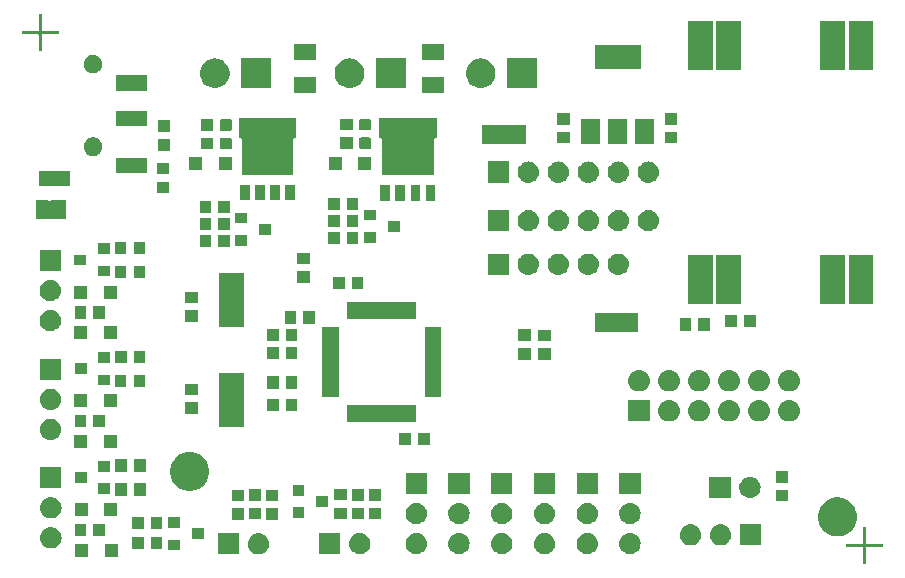
<source format=gts>
G04 #@! TF.GenerationSoftware,KiCad,Pcbnew,6.0.0-rc1-unknown-170ff66~66~ubuntu18.10.1*
G04 #@! TF.CreationDate,2019-01-13T15:31:38-08:00
G04 #@! TF.ProjectId,EExtruder,45457874-7275-4646-9572-2e6b69636164,rev?*
G04 #@! TF.SameCoordinates,Original*
G04 #@! TF.FileFunction,Soldermask,Top*
G04 #@! TF.FilePolarity,Negative*
%FSLAX46Y46*%
G04 Gerber Fmt 4.6, Leading zero omitted, Abs format (unit mm)*
G04 Created by KiCad (PCBNEW 6.0.0-rc1-unknown-170ff66~66~ubuntu18.10.1) date Sun 13 Jan 2019 03:31:38 PM PST*
%MOMM*%
%LPD*%
G04 APERTURE LIST*
%ADD10C,0.100000*%
G04 APERTURE END LIST*
D10*
G36*
X199614500Y-128060500D02*
G01*
X199616902Y-128084886D01*
X199624015Y-128108335D01*
X199635566Y-128129946D01*
X199651112Y-128148888D01*
X199670054Y-128164434D01*
X199691665Y-128175985D01*
X199715114Y-128183098D01*
X199739500Y-128185500D01*
X201051000Y-128185500D01*
X201051000Y-128414500D01*
X199739500Y-128414500D01*
X199715114Y-128416902D01*
X199691665Y-128424015D01*
X199670054Y-128435566D01*
X199651112Y-128451112D01*
X199635566Y-128470054D01*
X199624015Y-128491665D01*
X199616902Y-128515114D01*
X199614500Y-128539500D01*
X199614500Y-129851000D01*
X199385500Y-129851000D01*
X199385500Y-128539500D01*
X199383098Y-128515114D01*
X199375985Y-128491665D01*
X199364434Y-128470054D01*
X199348888Y-128451112D01*
X199329946Y-128435566D01*
X199308335Y-128424015D01*
X199284886Y-128416902D01*
X199260500Y-128414500D01*
X197949000Y-128414500D01*
X197949000Y-128185500D01*
X199260500Y-128185500D01*
X199284886Y-128183098D01*
X199308335Y-128175985D01*
X199329946Y-128164434D01*
X199348888Y-128148888D01*
X199364434Y-128129946D01*
X199375985Y-128108335D01*
X199383098Y-128084886D01*
X199385500Y-128060500D01*
X199385500Y-126749000D01*
X199614500Y-126749000D01*
X199614500Y-128060500D01*
X199614500Y-128060500D01*
G37*
G36*
X136274000Y-129265000D02*
G01*
X135172000Y-129265000D01*
X135172000Y-128163000D01*
X136274000Y-128163000D01*
X136274000Y-129265000D01*
X136274000Y-129265000D01*
G37*
G36*
X133774000Y-129265000D02*
G01*
X132672000Y-129265000D01*
X132672000Y-128163000D01*
X133774000Y-128163000D01*
X133774000Y-129265000D01*
X133774000Y-129265000D01*
G37*
G36*
X148292443Y-127261519D02*
G01*
X148358627Y-127268037D01*
X148471853Y-127302384D01*
X148528467Y-127319557D01*
X148609923Y-127363097D01*
X148684991Y-127403222D01*
X148720729Y-127432552D01*
X148822186Y-127515814D01*
X148905448Y-127617271D01*
X148934778Y-127653009D01*
X148934779Y-127653011D01*
X149018443Y-127809533D01*
X149018443Y-127809534D01*
X149069963Y-127979373D01*
X149087359Y-128156000D01*
X149069963Y-128332627D01*
X149042241Y-128424015D01*
X149018443Y-128502467D01*
X148944348Y-128641087D01*
X148934778Y-128658991D01*
X148905448Y-128694729D01*
X148822186Y-128796186D01*
X148720729Y-128879448D01*
X148684991Y-128908778D01*
X148684989Y-128908779D01*
X148528467Y-128992443D01*
X148471853Y-129009616D01*
X148358627Y-129043963D01*
X148292442Y-129050482D01*
X148226260Y-129057000D01*
X148137740Y-129057000D01*
X148071558Y-129050482D01*
X148005373Y-129043963D01*
X147892147Y-129009616D01*
X147835533Y-128992443D01*
X147679011Y-128908779D01*
X147679009Y-128908778D01*
X147643271Y-128879448D01*
X147541814Y-128796186D01*
X147458552Y-128694729D01*
X147429222Y-128658991D01*
X147419652Y-128641087D01*
X147345557Y-128502467D01*
X147321759Y-128424015D01*
X147294037Y-128332627D01*
X147276641Y-128156000D01*
X147294037Y-127979373D01*
X147345557Y-127809534D01*
X147345557Y-127809533D01*
X147429221Y-127653011D01*
X147429222Y-127653009D01*
X147458552Y-127617271D01*
X147541814Y-127515814D01*
X147643271Y-127432552D01*
X147679009Y-127403222D01*
X147754077Y-127363097D01*
X147835533Y-127319557D01*
X147892147Y-127302384D01*
X148005373Y-127268037D01*
X148071557Y-127261519D01*
X148137740Y-127255000D01*
X148226260Y-127255000D01*
X148292443Y-127261519D01*
X148292443Y-127261519D01*
G37*
G36*
X146543000Y-129057000D02*
G01*
X144741000Y-129057000D01*
X144741000Y-127255000D01*
X146543000Y-127255000D01*
X146543000Y-129057000D01*
X146543000Y-129057000D01*
G37*
G36*
X168893443Y-127248519D02*
G01*
X168959627Y-127255037D01*
X169072853Y-127289384D01*
X169129467Y-127306557D01*
X169235244Y-127363097D01*
X169285991Y-127390222D01*
X169297905Y-127400000D01*
X169423186Y-127502814D01*
X169506448Y-127604271D01*
X169535778Y-127640009D01*
X169535779Y-127640011D01*
X169619443Y-127796533D01*
X169625651Y-127817000D01*
X169670963Y-127966373D01*
X169688359Y-128143000D01*
X169670963Y-128319627D01*
X169643919Y-128408778D01*
X169619443Y-128489467D01*
X169612494Y-128502467D01*
X169535778Y-128645991D01*
X169525109Y-128658991D01*
X169423186Y-128783186D01*
X169321729Y-128866448D01*
X169285991Y-128895778D01*
X169285989Y-128895779D01*
X169129467Y-128979443D01*
X169086611Y-128992443D01*
X168959627Y-129030963D01*
X168893442Y-129037482D01*
X168827260Y-129044000D01*
X168738740Y-129044000D01*
X168672558Y-129037482D01*
X168606373Y-129030963D01*
X168479389Y-128992443D01*
X168436533Y-128979443D01*
X168280011Y-128895779D01*
X168280009Y-128895778D01*
X168244271Y-128866448D01*
X168142814Y-128783186D01*
X168040891Y-128658991D01*
X168030222Y-128645991D01*
X167953506Y-128502467D01*
X167946557Y-128489467D01*
X167922081Y-128408778D01*
X167895037Y-128319627D01*
X167877641Y-128143000D01*
X167895037Y-127966373D01*
X167940349Y-127817000D01*
X167946557Y-127796533D01*
X168030221Y-127640011D01*
X168030222Y-127640009D01*
X168059552Y-127604271D01*
X168142814Y-127502814D01*
X168268095Y-127400000D01*
X168280009Y-127390222D01*
X168330756Y-127363097D01*
X168436533Y-127306557D01*
X168493147Y-127289384D01*
X168606373Y-127255037D01*
X168672557Y-127248519D01*
X168738740Y-127242000D01*
X168827260Y-127242000D01*
X168893443Y-127248519D01*
X168893443Y-127248519D01*
G37*
G36*
X155120000Y-129044000D02*
G01*
X153318000Y-129044000D01*
X153318000Y-127242000D01*
X155120000Y-127242000D01*
X155120000Y-129044000D01*
X155120000Y-129044000D01*
G37*
G36*
X156869443Y-127248519D02*
G01*
X156935627Y-127255037D01*
X157048853Y-127289384D01*
X157105467Y-127306557D01*
X157211244Y-127363097D01*
X157261991Y-127390222D01*
X157273905Y-127400000D01*
X157399186Y-127502814D01*
X157482448Y-127604271D01*
X157511778Y-127640009D01*
X157511779Y-127640011D01*
X157595443Y-127796533D01*
X157601651Y-127817000D01*
X157646963Y-127966373D01*
X157664359Y-128143000D01*
X157646963Y-128319627D01*
X157619919Y-128408778D01*
X157595443Y-128489467D01*
X157588494Y-128502467D01*
X157511778Y-128645991D01*
X157501109Y-128658991D01*
X157399186Y-128783186D01*
X157297729Y-128866448D01*
X157261991Y-128895778D01*
X157261989Y-128895779D01*
X157105467Y-128979443D01*
X157062611Y-128992443D01*
X156935627Y-129030963D01*
X156869442Y-129037482D01*
X156803260Y-129044000D01*
X156714740Y-129044000D01*
X156648558Y-129037482D01*
X156582373Y-129030963D01*
X156455389Y-128992443D01*
X156412533Y-128979443D01*
X156256011Y-128895779D01*
X156256009Y-128895778D01*
X156220271Y-128866448D01*
X156118814Y-128783186D01*
X156016891Y-128658991D01*
X156006222Y-128645991D01*
X155929506Y-128502467D01*
X155922557Y-128489467D01*
X155898081Y-128408778D01*
X155871037Y-128319627D01*
X155853641Y-128143000D01*
X155871037Y-127966373D01*
X155916349Y-127817000D01*
X155922557Y-127796533D01*
X156006221Y-127640011D01*
X156006222Y-127640009D01*
X156035552Y-127604271D01*
X156118814Y-127502814D01*
X156244095Y-127400000D01*
X156256009Y-127390222D01*
X156306756Y-127363097D01*
X156412533Y-127306557D01*
X156469147Y-127289384D01*
X156582373Y-127255037D01*
X156648557Y-127248519D01*
X156714740Y-127242000D01*
X156803260Y-127242000D01*
X156869443Y-127248519D01*
X156869443Y-127248519D01*
G37*
G36*
X165274443Y-127248519D02*
G01*
X165340627Y-127255037D01*
X165453853Y-127289384D01*
X165510467Y-127306557D01*
X165616244Y-127363097D01*
X165666991Y-127390222D01*
X165678905Y-127400000D01*
X165804186Y-127502814D01*
X165887448Y-127604271D01*
X165916778Y-127640009D01*
X165916779Y-127640011D01*
X166000443Y-127796533D01*
X166006651Y-127817000D01*
X166051963Y-127966373D01*
X166069359Y-128143000D01*
X166051963Y-128319627D01*
X166024919Y-128408778D01*
X166000443Y-128489467D01*
X165993494Y-128502467D01*
X165916778Y-128645991D01*
X165906109Y-128658991D01*
X165804186Y-128783186D01*
X165702729Y-128866448D01*
X165666991Y-128895778D01*
X165666989Y-128895779D01*
X165510467Y-128979443D01*
X165467611Y-128992443D01*
X165340627Y-129030963D01*
X165274442Y-129037482D01*
X165208260Y-129044000D01*
X165119740Y-129044000D01*
X165053558Y-129037482D01*
X164987373Y-129030963D01*
X164860389Y-128992443D01*
X164817533Y-128979443D01*
X164661011Y-128895779D01*
X164661009Y-128895778D01*
X164625271Y-128866448D01*
X164523814Y-128783186D01*
X164421891Y-128658991D01*
X164411222Y-128645991D01*
X164334506Y-128502467D01*
X164327557Y-128489467D01*
X164303081Y-128408778D01*
X164276037Y-128319627D01*
X164258641Y-128143000D01*
X164276037Y-127966373D01*
X164321349Y-127817000D01*
X164327557Y-127796533D01*
X164411221Y-127640011D01*
X164411222Y-127640009D01*
X164440552Y-127604271D01*
X164523814Y-127502814D01*
X164649095Y-127400000D01*
X164661009Y-127390222D01*
X164711756Y-127363097D01*
X164817533Y-127306557D01*
X164874147Y-127289384D01*
X164987373Y-127255037D01*
X165053557Y-127248519D01*
X165119740Y-127242000D01*
X165208260Y-127242000D01*
X165274443Y-127248519D01*
X165274443Y-127248519D01*
G37*
G36*
X179752443Y-127248519D02*
G01*
X179818627Y-127255037D01*
X179931853Y-127289384D01*
X179988467Y-127306557D01*
X180094244Y-127363097D01*
X180144991Y-127390222D01*
X180156905Y-127400000D01*
X180282186Y-127502814D01*
X180365448Y-127604271D01*
X180394778Y-127640009D01*
X180394779Y-127640011D01*
X180478443Y-127796533D01*
X180484651Y-127817000D01*
X180529963Y-127966373D01*
X180547359Y-128143000D01*
X180529963Y-128319627D01*
X180502919Y-128408778D01*
X180478443Y-128489467D01*
X180471494Y-128502467D01*
X180394778Y-128645991D01*
X180384109Y-128658991D01*
X180282186Y-128783186D01*
X180180729Y-128866448D01*
X180144991Y-128895778D01*
X180144989Y-128895779D01*
X179988467Y-128979443D01*
X179945611Y-128992443D01*
X179818627Y-129030963D01*
X179752442Y-129037482D01*
X179686260Y-129044000D01*
X179597740Y-129044000D01*
X179531558Y-129037482D01*
X179465373Y-129030963D01*
X179338389Y-128992443D01*
X179295533Y-128979443D01*
X179139011Y-128895779D01*
X179139009Y-128895778D01*
X179103271Y-128866448D01*
X179001814Y-128783186D01*
X178899891Y-128658991D01*
X178889222Y-128645991D01*
X178812506Y-128502467D01*
X178805557Y-128489467D01*
X178781081Y-128408778D01*
X178754037Y-128319627D01*
X178736641Y-128143000D01*
X178754037Y-127966373D01*
X178799349Y-127817000D01*
X178805557Y-127796533D01*
X178889221Y-127640011D01*
X178889222Y-127640009D01*
X178918552Y-127604271D01*
X179001814Y-127502814D01*
X179127095Y-127400000D01*
X179139009Y-127390222D01*
X179189756Y-127363097D01*
X179295533Y-127306557D01*
X179352147Y-127289384D01*
X179465373Y-127255037D01*
X179531557Y-127248519D01*
X179597740Y-127242000D01*
X179686260Y-127242000D01*
X179752443Y-127248519D01*
X179752443Y-127248519D01*
G37*
G36*
X176132443Y-127248519D02*
G01*
X176198627Y-127255037D01*
X176311853Y-127289384D01*
X176368467Y-127306557D01*
X176474244Y-127363097D01*
X176524991Y-127390222D01*
X176536905Y-127400000D01*
X176662186Y-127502814D01*
X176745448Y-127604271D01*
X176774778Y-127640009D01*
X176774779Y-127640011D01*
X176858443Y-127796533D01*
X176864651Y-127817000D01*
X176909963Y-127966373D01*
X176927359Y-128143000D01*
X176909963Y-128319627D01*
X176882919Y-128408778D01*
X176858443Y-128489467D01*
X176851494Y-128502467D01*
X176774778Y-128645991D01*
X176764109Y-128658991D01*
X176662186Y-128783186D01*
X176560729Y-128866448D01*
X176524991Y-128895778D01*
X176524989Y-128895779D01*
X176368467Y-128979443D01*
X176325611Y-128992443D01*
X176198627Y-129030963D01*
X176132442Y-129037482D01*
X176066260Y-129044000D01*
X175977740Y-129044000D01*
X175911558Y-129037482D01*
X175845373Y-129030963D01*
X175718389Y-128992443D01*
X175675533Y-128979443D01*
X175519011Y-128895779D01*
X175519009Y-128895778D01*
X175483271Y-128866448D01*
X175381814Y-128783186D01*
X175279891Y-128658991D01*
X175269222Y-128645991D01*
X175192506Y-128502467D01*
X175185557Y-128489467D01*
X175161081Y-128408778D01*
X175134037Y-128319627D01*
X175116641Y-128143000D01*
X175134037Y-127966373D01*
X175179349Y-127817000D01*
X175185557Y-127796533D01*
X175269221Y-127640011D01*
X175269222Y-127640009D01*
X175298552Y-127604271D01*
X175381814Y-127502814D01*
X175507095Y-127400000D01*
X175519009Y-127390222D01*
X175569756Y-127363097D01*
X175675533Y-127306557D01*
X175732147Y-127289384D01*
X175845373Y-127255037D01*
X175911557Y-127248519D01*
X175977740Y-127242000D01*
X176066260Y-127242000D01*
X176132443Y-127248519D01*
X176132443Y-127248519D01*
G37*
G36*
X172512443Y-127248519D02*
G01*
X172578627Y-127255037D01*
X172691853Y-127289384D01*
X172748467Y-127306557D01*
X172854244Y-127363097D01*
X172904991Y-127390222D01*
X172916905Y-127400000D01*
X173042186Y-127502814D01*
X173125448Y-127604271D01*
X173154778Y-127640009D01*
X173154779Y-127640011D01*
X173238443Y-127796533D01*
X173244651Y-127817000D01*
X173289963Y-127966373D01*
X173307359Y-128143000D01*
X173289963Y-128319627D01*
X173262919Y-128408778D01*
X173238443Y-128489467D01*
X173231494Y-128502467D01*
X173154778Y-128645991D01*
X173144109Y-128658991D01*
X173042186Y-128783186D01*
X172940729Y-128866448D01*
X172904991Y-128895778D01*
X172904989Y-128895779D01*
X172748467Y-128979443D01*
X172705611Y-128992443D01*
X172578627Y-129030963D01*
X172512442Y-129037482D01*
X172446260Y-129044000D01*
X172357740Y-129044000D01*
X172291558Y-129037482D01*
X172225373Y-129030963D01*
X172098389Y-128992443D01*
X172055533Y-128979443D01*
X171899011Y-128895779D01*
X171899009Y-128895778D01*
X171863271Y-128866448D01*
X171761814Y-128783186D01*
X171659891Y-128658991D01*
X171649222Y-128645991D01*
X171572506Y-128502467D01*
X171565557Y-128489467D01*
X171541081Y-128408778D01*
X171514037Y-128319627D01*
X171496641Y-128143000D01*
X171514037Y-127966373D01*
X171559349Y-127817000D01*
X171565557Y-127796533D01*
X171649221Y-127640011D01*
X171649222Y-127640009D01*
X171678552Y-127604271D01*
X171761814Y-127502814D01*
X171887095Y-127400000D01*
X171899009Y-127390222D01*
X171949756Y-127363097D01*
X172055533Y-127306557D01*
X172112147Y-127289384D01*
X172225373Y-127255037D01*
X172291557Y-127248519D01*
X172357740Y-127242000D01*
X172446260Y-127242000D01*
X172512443Y-127248519D01*
X172512443Y-127248519D01*
G37*
G36*
X161654443Y-127248519D02*
G01*
X161720627Y-127255037D01*
X161833853Y-127289384D01*
X161890467Y-127306557D01*
X161996244Y-127363097D01*
X162046991Y-127390222D01*
X162058905Y-127400000D01*
X162184186Y-127502814D01*
X162267448Y-127604271D01*
X162296778Y-127640009D01*
X162296779Y-127640011D01*
X162380443Y-127796533D01*
X162386651Y-127817000D01*
X162431963Y-127966373D01*
X162449359Y-128143000D01*
X162431963Y-128319627D01*
X162404919Y-128408778D01*
X162380443Y-128489467D01*
X162373494Y-128502467D01*
X162296778Y-128645991D01*
X162286109Y-128658991D01*
X162184186Y-128783186D01*
X162082729Y-128866448D01*
X162046991Y-128895778D01*
X162046989Y-128895779D01*
X161890467Y-128979443D01*
X161847611Y-128992443D01*
X161720627Y-129030963D01*
X161654442Y-129037482D01*
X161588260Y-129044000D01*
X161499740Y-129044000D01*
X161433558Y-129037482D01*
X161367373Y-129030963D01*
X161240389Y-128992443D01*
X161197533Y-128979443D01*
X161041011Y-128895779D01*
X161041009Y-128895778D01*
X161005271Y-128866448D01*
X160903814Y-128783186D01*
X160801891Y-128658991D01*
X160791222Y-128645991D01*
X160714506Y-128502467D01*
X160707557Y-128489467D01*
X160683081Y-128408778D01*
X160656037Y-128319627D01*
X160638641Y-128143000D01*
X160656037Y-127966373D01*
X160701349Y-127817000D01*
X160707557Y-127796533D01*
X160791221Y-127640011D01*
X160791222Y-127640009D01*
X160820552Y-127604271D01*
X160903814Y-127502814D01*
X161029095Y-127400000D01*
X161041009Y-127390222D01*
X161091756Y-127363097D01*
X161197533Y-127306557D01*
X161254147Y-127289384D01*
X161367373Y-127255037D01*
X161433557Y-127248519D01*
X161499740Y-127242000D01*
X161588260Y-127242000D01*
X161654443Y-127248519D01*
X161654443Y-127248519D01*
G37*
G36*
X141567000Y-128719000D02*
G01*
X140565000Y-128719000D01*
X140565000Y-127817000D01*
X141567000Y-127817000D01*
X141567000Y-128719000D01*
X141567000Y-128719000D01*
G37*
G36*
X138487000Y-128606000D02*
G01*
X137510000Y-128606000D01*
X137510000Y-127554000D01*
X138487000Y-127554000D01*
X138487000Y-128606000D01*
X138487000Y-128606000D01*
G37*
G36*
X140062000Y-128606000D02*
G01*
X139085000Y-128606000D01*
X139085000Y-127554000D01*
X140062000Y-127554000D01*
X140062000Y-128606000D01*
X140062000Y-128606000D01*
G37*
G36*
X130717443Y-126761519D02*
G01*
X130783627Y-126768037D01*
X130896853Y-126802384D01*
X130953467Y-126819557D01*
X131042225Y-126867000D01*
X131109991Y-126903222D01*
X131145729Y-126932552D01*
X131247186Y-127015814D01*
X131330448Y-127117271D01*
X131359778Y-127153009D01*
X131359779Y-127153011D01*
X131443443Y-127309533D01*
X131459691Y-127363097D01*
X131494963Y-127479373D01*
X131512359Y-127656000D01*
X131494963Y-127832627D01*
X131473619Y-127902989D01*
X131443443Y-128002467D01*
X131375303Y-128129946D01*
X131359778Y-128158991D01*
X131345831Y-128175985D01*
X131247186Y-128296186D01*
X131145729Y-128379448D01*
X131109991Y-128408778D01*
X131109989Y-128408779D01*
X130953467Y-128492443D01*
X130896853Y-128509616D01*
X130783627Y-128543963D01*
X130717443Y-128550481D01*
X130651260Y-128557000D01*
X130562740Y-128557000D01*
X130496557Y-128550481D01*
X130430373Y-128543963D01*
X130317147Y-128509616D01*
X130260533Y-128492443D01*
X130104011Y-128408779D01*
X130104009Y-128408778D01*
X130068271Y-128379448D01*
X129966814Y-128296186D01*
X129868169Y-128175985D01*
X129854222Y-128158991D01*
X129838697Y-128129946D01*
X129770557Y-128002467D01*
X129740381Y-127902989D01*
X129719037Y-127832627D01*
X129701641Y-127656000D01*
X129719037Y-127479373D01*
X129754309Y-127363097D01*
X129770557Y-127309533D01*
X129854221Y-127153011D01*
X129854222Y-127153009D01*
X129883552Y-127117271D01*
X129966814Y-127015814D01*
X130068271Y-126932552D01*
X130104009Y-126903222D01*
X130171775Y-126867000D01*
X130260533Y-126819557D01*
X130317147Y-126802384D01*
X130430373Y-126768037D01*
X130496557Y-126761519D01*
X130562740Y-126755000D01*
X130651260Y-126755000D01*
X130717443Y-126761519D01*
X130717443Y-126761519D01*
G37*
G36*
X190741000Y-128301000D02*
G01*
X188939000Y-128301000D01*
X188939000Y-126499000D01*
X190741000Y-126499000D01*
X190741000Y-128301000D01*
X190741000Y-128301000D01*
G37*
G36*
X184855025Y-126504000D02*
G01*
X184936627Y-126512037D01*
X185049853Y-126546384D01*
X185106467Y-126563557D01*
X185245087Y-126637652D01*
X185262991Y-126647222D01*
X185298729Y-126676552D01*
X185400186Y-126759814D01*
X185483448Y-126861271D01*
X185512778Y-126897009D01*
X185512779Y-126897011D01*
X185596443Y-127053533D01*
X185596443Y-127053534D01*
X185647963Y-127223373D01*
X185665359Y-127400000D01*
X185647963Y-127576627D01*
X185613616Y-127689853D01*
X185596443Y-127746467D01*
X185569681Y-127796534D01*
X185512778Y-127902991D01*
X185483448Y-127938729D01*
X185400186Y-128040186D01*
X185317145Y-128108335D01*
X185262991Y-128152778D01*
X185262989Y-128152779D01*
X185106467Y-128236443D01*
X185049853Y-128253616D01*
X184936627Y-128287963D01*
X184870443Y-128294481D01*
X184804260Y-128301000D01*
X184715740Y-128301000D01*
X184649557Y-128294481D01*
X184583373Y-128287963D01*
X184470147Y-128253616D01*
X184413533Y-128236443D01*
X184257011Y-128152779D01*
X184257009Y-128152778D01*
X184202855Y-128108335D01*
X184119814Y-128040186D01*
X184036552Y-127938729D01*
X184007222Y-127902991D01*
X183950319Y-127796534D01*
X183923557Y-127746467D01*
X183906384Y-127689853D01*
X183872037Y-127576627D01*
X183854641Y-127400000D01*
X183872037Y-127223373D01*
X183923557Y-127053534D01*
X183923557Y-127053533D01*
X184007221Y-126897011D01*
X184007222Y-126897009D01*
X184036552Y-126861271D01*
X184119814Y-126759814D01*
X184221271Y-126676552D01*
X184257009Y-126647222D01*
X184274913Y-126637652D01*
X184413533Y-126563557D01*
X184470147Y-126546384D01*
X184583373Y-126512037D01*
X184664975Y-126504000D01*
X184715740Y-126499000D01*
X184804260Y-126499000D01*
X184855025Y-126504000D01*
X184855025Y-126504000D01*
G37*
G36*
X187395025Y-126504000D02*
G01*
X187476627Y-126512037D01*
X187589853Y-126546384D01*
X187646467Y-126563557D01*
X187785087Y-126637652D01*
X187802991Y-126647222D01*
X187838729Y-126676552D01*
X187940186Y-126759814D01*
X188023448Y-126861271D01*
X188052778Y-126897009D01*
X188052779Y-126897011D01*
X188136443Y-127053533D01*
X188136443Y-127053534D01*
X188187963Y-127223373D01*
X188205359Y-127400000D01*
X188187963Y-127576627D01*
X188153616Y-127689853D01*
X188136443Y-127746467D01*
X188109681Y-127796534D01*
X188052778Y-127902991D01*
X188023448Y-127938729D01*
X187940186Y-128040186D01*
X187857145Y-128108335D01*
X187802991Y-128152778D01*
X187802989Y-128152779D01*
X187646467Y-128236443D01*
X187589853Y-128253616D01*
X187476627Y-128287963D01*
X187410443Y-128294481D01*
X187344260Y-128301000D01*
X187255740Y-128301000D01*
X187189557Y-128294481D01*
X187123373Y-128287963D01*
X187010147Y-128253616D01*
X186953533Y-128236443D01*
X186797011Y-128152779D01*
X186797009Y-128152778D01*
X186742855Y-128108335D01*
X186659814Y-128040186D01*
X186576552Y-127938729D01*
X186547222Y-127902991D01*
X186490319Y-127796534D01*
X186463557Y-127746467D01*
X186446384Y-127689853D01*
X186412037Y-127576627D01*
X186394641Y-127400000D01*
X186412037Y-127223373D01*
X186463557Y-127053534D01*
X186463557Y-127053533D01*
X186547221Y-126897011D01*
X186547222Y-126897009D01*
X186576552Y-126861271D01*
X186659814Y-126759814D01*
X186761271Y-126676552D01*
X186797009Y-126647222D01*
X186814913Y-126637652D01*
X186953533Y-126563557D01*
X187010147Y-126546384D01*
X187123373Y-126512037D01*
X187204975Y-126504000D01*
X187255740Y-126499000D01*
X187344260Y-126499000D01*
X187395025Y-126504000D01*
X187395025Y-126504000D01*
G37*
G36*
X143567000Y-127769000D02*
G01*
X142565000Y-127769000D01*
X142565000Y-126867000D01*
X143567000Y-126867000D01*
X143567000Y-127769000D01*
X143567000Y-127769000D01*
G37*
G36*
X197575256Y-124291298D02*
G01*
X197681579Y-124312447D01*
X197982042Y-124436903D01*
X198082459Y-124504000D01*
X198252454Y-124617587D01*
X198482413Y-124847546D01*
X198482415Y-124847549D01*
X198661789Y-125116000D01*
X198663098Y-125117960D01*
X198699550Y-125205963D01*
X198735447Y-125292625D01*
X198787553Y-125418422D01*
X198851000Y-125737389D01*
X198851000Y-126062611D01*
X198842371Y-126105991D01*
X198787553Y-126381579D01*
X198663097Y-126682042D01*
X198515309Y-126903222D01*
X198482413Y-126952454D01*
X198252454Y-127182413D01*
X198252451Y-127182415D01*
X197982042Y-127363097D01*
X197681579Y-127487553D01*
X197575256Y-127508702D01*
X197362611Y-127551000D01*
X197037389Y-127551000D01*
X196824744Y-127508702D01*
X196718421Y-127487553D01*
X196417958Y-127363097D01*
X196147549Y-127182415D01*
X196147546Y-127182413D01*
X195917587Y-126952454D01*
X195884691Y-126903222D01*
X195736903Y-126682042D01*
X195612447Y-126381579D01*
X195557629Y-126105991D01*
X195549000Y-126062611D01*
X195549000Y-125737389D01*
X195612447Y-125418422D01*
X195664554Y-125292625D01*
X195700450Y-125205963D01*
X195736902Y-125117960D01*
X195738212Y-125116000D01*
X195917585Y-124847549D01*
X195917587Y-124847546D01*
X196147546Y-124617587D01*
X196317541Y-124504000D01*
X196417958Y-124436903D01*
X196718421Y-124312447D01*
X196824744Y-124291298D01*
X197037389Y-124249000D01*
X197362611Y-124249000D01*
X197575256Y-124291298D01*
X197575256Y-124291298D01*
G37*
G36*
X135172000Y-127526000D02*
G01*
X134195000Y-127526000D01*
X134195000Y-126474000D01*
X135172000Y-126474000D01*
X135172000Y-127526000D01*
X135172000Y-127526000D01*
G37*
G36*
X133597000Y-127526000D02*
G01*
X132620000Y-127526000D01*
X132620000Y-126474000D01*
X133597000Y-126474000D01*
X133597000Y-127526000D01*
X133597000Y-127526000D01*
G37*
G36*
X140062000Y-126954000D02*
G01*
X139085000Y-126954000D01*
X139085000Y-125902000D01*
X140062000Y-125902000D01*
X140062000Y-126954000D01*
X140062000Y-126954000D01*
G37*
G36*
X138487000Y-126954000D02*
G01*
X137510000Y-126954000D01*
X137510000Y-125902000D01*
X138487000Y-125902000D01*
X138487000Y-126954000D01*
X138487000Y-126954000D01*
G37*
G36*
X141567000Y-126819000D02*
G01*
X140565000Y-126819000D01*
X140565000Y-125917000D01*
X141567000Y-125917000D01*
X141567000Y-126819000D01*
X141567000Y-126819000D01*
G37*
G36*
X179752442Y-124708518D02*
G01*
X179818627Y-124715037D01*
X179931853Y-124749384D01*
X179988467Y-124766557D01*
X179994036Y-124769534D01*
X180144991Y-124850222D01*
X180180729Y-124879552D01*
X180282186Y-124962814D01*
X180365448Y-125064271D01*
X180394778Y-125100009D01*
X180394779Y-125100011D01*
X180478443Y-125256533D01*
X180478443Y-125256534D01*
X180529963Y-125426373D01*
X180547359Y-125603000D01*
X180529963Y-125779627D01*
X180512559Y-125837000D01*
X180478443Y-125949467D01*
X180476852Y-125952443D01*
X180394778Y-126105991D01*
X180365448Y-126141729D01*
X180282186Y-126243186D01*
X180180729Y-126326448D01*
X180144991Y-126355778D01*
X180144989Y-126355779D01*
X179988467Y-126439443D01*
X179931853Y-126456616D01*
X179818627Y-126490963D01*
X179752442Y-126497482D01*
X179686260Y-126504000D01*
X179597740Y-126504000D01*
X179531558Y-126497482D01*
X179465373Y-126490963D01*
X179352147Y-126456616D01*
X179295533Y-126439443D01*
X179139011Y-126355779D01*
X179139009Y-126355778D01*
X179103271Y-126326448D01*
X179001814Y-126243186D01*
X178918552Y-126141729D01*
X178889222Y-126105991D01*
X178807148Y-125952443D01*
X178805557Y-125949467D01*
X178771441Y-125837000D01*
X178754037Y-125779627D01*
X178736641Y-125603000D01*
X178754037Y-125426373D01*
X178805557Y-125256534D01*
X178805557Y-125256533D01*
X178889221Y-125100011D01*
X178889222Y-125100009D01*
X178918552Y-125064271D01*
X179001814Y-124962814D01*
X179103271Y-124879552D01*
X179139009Y-124850222D01*
X179289964Y-124769534D01*
X179295533Y-124766557D01*
X179352147Y-124749384D01*
X179465373Y-124715037D01*
X179531558Y-124708518D01*
X179597740Y-124702000D01*
X179686260Y-124702000D01*
X179752442Y-124708518D01*
X179752442Y-124708518D01*
G37*
G36*
X165274442Y-124708518D02*
G01*
X165340627Y-124715037D01*
X165453853Y-124749384D01*
X165510467Y-124766557D01*
X165516036Y-124769534D01*
X165666991Y-124850222D01*
X165702729Y-124879552D01*
X165804186Y-124962814D01*
X165887448Y-125064271D01*
X165916778Y-125100009D01*
X165916779Y-125100011D01*
X166000443Y-125256533D01*
X166000443Y-125256534D01*
X166051963Y-125426373D01*
X166069359Y-125603000D01*
X166051963Y-125779627D01*
X166034559Y-125837000D01*
X166000443Y-125949467D01*
X165998852Y-125952443D01*
X165916778Y-126105991D01*
X165887448Y-126141729D01*
X165804186Y-126243186D01*
X165702729Y-126326448D01*
X165666991Y-126355778D01*
X165666989Y-126355779D01*
X165510467Y-126439443D01*
X165453853Y-126456616D01*
X165340627Y-126490963D01*
X165274442Y-126497482D01*
X165208260Y-126504000D01*
X165119740Y-126504000D01*
X165053558Y-126497482D01*
X164987373Y-126490963D01*
X164874147Y-126456616D01*
X164817533Y-126439443D01*
X164661011Y-126355779D01*
X164661009Y-126355778D01*
X164625271Y-126326448D01*
X164523814Y-126243186D01*
X164440552Y-126141729D01*
X164411222Y-126105991D01*
X164329148Y-125952443D01*
X164327557Y-125949467D01*
X164293441Y-125837000D01*
X164276037Y-125779627D01*
X164258641Y-125603000D01*
X164276037Y-125426373D01*
X164327557Y-125256534D01*
X164327557Y-125256533D01*
X164411221Y-125100011D01*
X164411222Y-125100009D01*
X164440552Y-125064271D01*
X164523814Y-124962814D01*
X164625271Y-124879552D01*
X164661009Y-124850222D01*
X164811964Y-124769534D01*
X164817533Y-124766557D01*
X164874147Y-124749384D01*
X164987373Y-124715037D01*
X165053558Y-124708518D01*
X165119740Y-124702000D01*
X165208260Y-124702000D01*
X165274442Y-124708518D01*
X165274442Y-124708518D01*
G37*
G36*
X172512442Y-124708518D02*
G01*
X172578627Y-124715037D01*
X172691853Y-124749384D01*
X172748467Y-124766557D01*
X172754036Y-124769534D01*
X172904991Y-124850222D01*
X172940729Y-124879552D01*
X173042186Y-124962814D01*
X173125448Y-125064271D01*
X173154778Y-125100009D01*
X173154779Y-125100011D01*
X173238443Y-125256533D01*
X173238443Y-125256534D01*
X173289963Y-125426373D01*
X173307359Y-125603000D01*
X173289963Y-125779627D01*
X173272559Y-125837000D01*
X173238443Y-125949467D01*
X173236852Y-125952443D01*
X173154778Y-126105991D01*
X173125448Y-126141729D01*
X173042186Y-126243186D01*
X172940729Y-126326448D01*
X172904991Y-126355778D01*
X172904989Y-126355779D01*
X172748467Y-126439443D01*
X172691853Y-126456616D01*
X172578627Y-126490963D01*
X172512442Y-126497482D01*
X172446260Y-126504000D01*
X172357740Y-126504000D01*
X172291558Y-126497482D01*
X172225373Y-126490963D01*
X172112147Y-126456616D01*
X172055533Y-126439443D01*
X171899011Y-126355779D01*
X171899009Y-126355778D01*
X171863271Y-126326448D01*
X171761814Y-126243186D01*
X171678552Y-126141729D01*
X171649222Y-126105991D01*
X171567148Y-125952443D01*
X171565557Y-125949467D01*
X171531441Y-125837000D01*
X171514037Y-125779627D01*
X171496641Y-125603000D01*
X171514037Y-125426373D01*
X171565557Y-125256534D01*
X171565557Y-125256533D01*
X171649221Y-125100011D01*
X171649222Y-125100009D01*
X171678552Y-125064271D01*
X171761814Y-124962814D01*
X171863271Y-124879552D01*
X171899009Y-124850222D01*
X172049964Y-124769534D01*
X172055533Y-124766557D01*
X172112147Y-124749384D01*
X172225373Y-124715037D01*
X172291558Y-124708518D01*
X172357740Y-124702000D01*
X172446260Y-124702000D01*
X172512442Y-124708518D01*
X172512442Y-124708518D01*
G37*
G36*
X176132442Y-124708518D02*
G01*
X176198627Y-124715037D01*
X176311853Y-124749384D01*
X176368467Y-124766557D01*
X176374036Y-124769534D01*
X176524991Y-124850222D01*
X176560729Y-124879552D01*
X176662186Y-124962814D01*
X176745448Y-125064271D01*
X176774778Y-125100009D01*
X176774779Y-125100011D01*
X176858443Y-125256533D01*
X176858443Y-125256534D01*
X176909963Y-125426373D01*
X176927359Y-125603000D01*
X176909963Y-125779627D01*
X176892559Y-125837000D01*
X176858443Y-125949467D01*
X176856852Y-125952443D01*
X176774778Y-126105991D01*
X176745448Y-126141729D01*
X176662186Y-126243186D01*
X176560729Y-126326448D01*
X176524991Y-126355778D01*
X176524989Y-126355779D01*
X176368467Y-126439443D01*
X176311853Y-126456616D01*
X176198627Y-126490963D01*
X176132442Y-126497482D01*
X176066260Y-126504000D01*
X175977740Y-126504000D01*
X175911558Y-126497482D01*
X175845373Y-126490963D01*
X175732147Y-126456616D01*
X175675533Y-126439443D01*
X175519011Y-126355779D01*
X175519009Y-126355778D01*
X175483271Y-126326448D01*
X175381814Y-126243186D01*
X175298552Y-126141729D01*
X175269222Y-126105991D01*
X175187148Y-125952443D01*
X175185557Y-125949467D01*
X175151441Y-125837000D01*
X175134037Y-125779627D01*
X175116641Y-125603000D01*
X175134037Y-125426373D01*
X175185557Y-125256534D01*
X175185557Y-125256533D01*
X175269221Y-125100011D01*
X175269222Y-125100009D01*
X175298552Y-125064271D01*
X175381814Y-124962814D01*
X175483271Y-124879552D01*
X175519009Y-124850222D01*
X175669964Y-124769534D01*
X175675533Y-124766557D01*
X175732147Y-124749384D01*
X175845373Y-124715037D01*
X175911558Y-124708518D01*
X175977740Y-124702000D01*
X176066260Y-124702000D01*
X176132442Y-124708518D01*
X176132442Y-124708518D01*
G37*
G36*
X168893442Y-124708518D02*
G01*
X168959627Y-124715037D01*
X169072853Y-124749384D01*
X169129467Y-124766557D01*
X169135036Y-124769534D01*
X169285991Y-124850222D01*
X169321729Y-124879552D01*
X169423186Y-124962814D01*
X169506448Y-125064271D01*
X169535778Y-125100009D01*
X169535779Y-125100011D01*
X169619443Y-125256533D01*
X169619443Y-125256534D01*
X169670963Y-125426373D01*
X169688359Y-125603000D01*
X169670963Y-125779627D01*
X169653559Y-125837000D01*
X169619443Y-125949467D01*
X169617852Y-125952443D01*
X169535778Y-126105991D01*
X169506448Y-126141729D01*
X169423186Y-126243186D01*
X169321729Y-126326448D01*
X169285991Y-126355778D01*
X169285989Y-126355779D01*
X169129467Y-126439443D01*
X169072853Y-126456616D01*
X168959627Y-126490963D01*
X168893442Y-126497482D01*
X168827260Y-126504000D01*
X168738740Y-126504000D01*
X168672558Y-126497482D01*
X168606373Y-126490963D01*
X168493147Y-126456616D01*
X168436533Y-126439443D01*
X168280011Y-126355779D01*
X168280009Y-126355778D01*
X168244271Y-126326448D01*
X168142814Y-126243186D01*
X168059552Y-126141729D01*
X168030222Y-126105991D01*
X167948148Y-125952443D01*
X167946557Y-125949467D01*
X167912441Y-125837000D01*
X167895037Y-125779627D01*
X167877641Y-125603000D01*
X167895037Y-125426373D01*
X167946557Y-125256534D01*
X167946557Y-125256533D01*
X168030221Y-125100011D01*
X168030222Y-125100009D01*
X168059552Y-125064271D01*
X168142814Y-124962814D01*
X168244271Y-124879552D01*
X168280009Y-124850222D01*
X168430964Y-124769534D01*
X168436533Y-124766557D01*
X168493147Y-124749384D01*
X168606373Y-124715037D01*
X168672558Y-124708518D01*
X168738740Y-124702000D01*
X168827260Y-124702000D01*
X168893442Y-124708518D01*
X168893442Y-124708518D01*
G37*
G36*
X161654442Y-124708518D02*
G01*
X161720627Y-124715037D01*
X161833853Y-124749384D01*
X161890467Y-124766557D01*
X161896036Y-124769534D01*
X162046991Y-124850222D01*
X162082729Y-124879552D01*
X162184186Y-124962814D01*
X162267448Y-125064271D01*
X162296778Y-125100009D01*
X162296779Y-125100011D01*
X162380443Y-125256533D01*
X162380443Y-125256534D01*
X162431963Y-125426373D01*
X162449359Y-125603000D01*
X162431963Y-125779627D01*
X162414559Y-125837000D01*
X162380443Y-125949467D01*
X162378852Y-125952443D01*
X162296778Y-126105991D01*
X162267448Y-126141729D01*
X162184186Y-126243186D01*
X162082729Y-126326448D01*
X162046991Y-126355778D01*
X162046989Y-126355779D01*
X161890467Y-126439443D01*
X161833853Y-126456616D01*
X161720627Y-126490963D01*
X161654442Y-126497482D01*
X161588260Y-126504000D01*
X161499740Y-126504000D01*
X161433558Y-126497482D01*
X161367373Y-126490963D01*
X161254147Y-126456616D01*
X161197533Y-126439443D01*
X161041011Y-126355779D01*
X161041009Y-126355778D01*
X161005271Y-126326448D01*
X160903814Y-126243186D01*
X160820552Y-126141729D01*
X160791222Y-126105991D01*
X160709148Y-125952443D01*
X160707557Y-125949467D01*
X160673441Y-125837000D01*
X160656037Y-125779627D01*
X160638641Y-125603000D01*
X160656037Y-125426373D01*
X160707557Y-125256534D01*
X160707557Y-125256533D01*
X160791221Y-125100011D01*
X160791222Y-125100009D01*
X160820552Y-125064271D01*
X160903814Y-124962814D01*
X161005271Y-124879552D01*
X161041009Y-124850222D01*
X161191964Y-124769534D01*
X161197533Y-124766557D01*
X161254147Y-124749384D01*
X161367373Y-124715037D01*
X161433558Y-124708518D01*
X161499740Y-124702000D01*
X161588260Y-124702000D01*
X161654442Y-124708518D01*
X161654442Y-124708518D01*
G37*
G36*
X149878000Y-126142000D02*
G01*
X148826000Y-126142000D01*
X148826000Y-125165000D01*
X149878000Y-125165000D01*
X149878000Y-126142000D01*
X149878000Y-126142000D01*
G37*
G36*
X146957000Y-126142000D02*
G01*
X145905000Y-126142000D01*
X145905000Y-125165000D01*
X146957000Y-125165000D01*
X146957000Y-126142000D01*
X146957000Y-126142000D01*
G37*
G36*
X157117000Y-126092000D02*
G01*
X156065000Y-126092000D01*
X156065000Y-125115000D01*
X157117000Y-125115000D01*
X157117000Y-126092000D01*
X157117000Y-126092000D01*
G37*
G36*
X148418000Y-126092000D02*
G01*
X147366000Y-126092000D01*
X147366000Y-125115000D01*
X148418000Y-125115000D01*
X148418000Y-126092000D01*
X148418000Y-126092000D01*
G37*
G36*
X158578000Y-126092000D02*
G01*
X157526000Y-126092000D01*
X157526000Y-125115000D01*
X158578000Y-125115000D01*
X158578000Y-126092000D01*
X158578000Y-126092000D01*
G37*
G36*
X155656000Y-126079000D02*
G01*
X154604000Y-126079000D01*
X154604000Y-125102000D01*
X155656000Y-125102000D01*
X155656000Y-126079000D01*
X155656000Y-126079000D01*
G37*
G36*
X130717442Y-124221518D02*
G01*
X130783627Y-124228037D01*
X130896853Y-124262384D01*
X130953467Y-124279557D01*
X131092087Y-124353652D01*
X131109991Y-124363222D01*
X131145729Y-124392552D01*
X131247186Y-124475814D01*
X131322019Y-124567000D01*
X131359778Y-124613009D01*
X131359779Y-124613011D01*
X131443443Y-124769533D01*
X131443443Y-124769534D01*
X131494963Y-124939373D01*
X131512359Y-125116000D01*
X131494963Y-125292627D01*
X131460616Y-125405853D01*
X131443443Y-125462467D01*
X131369348Y-125601087D01*
X131359778Y-125618991D01*
X131330448Y-125654729D01*
X131247186Y-125756186D01*
X131148712Y-125837000D01*
X131109991Y-125868778D01*
X131109989Y-125868779D01*
X130953467Y-125952443D01*
X130896853Y-125969616D01*
X130783627Y-126003963D01*
X130717443Y-126010481D01*
X130651260Y-126017000D01*
X130562740Y-126017000D01*
X130496557Y-126010481D01*
X130430373Y-126003963D01*
X130317147Y-125969616D01*
X130260533Y-125952443D01*
X130104011Y-125868779D01*
X130104009Y-125868778D01*
X130065288Y-125837000D01*
X129966814Y-125756186D01*
X129883552Y-125654729D01*
X129854222Y-125618991D01*
X129844652Y-125601087D01*
X129770557Y-125462467D01*
X129753384Y-125405853D01*
X129719037Y-125292627D01*
X129701641Y-125116000D01*
X129719037Y-124939373D01*
X129770557Y-124769534D01*
X129770557Y-124769533D01*
X129854221Y-124613011D01*
X129854222Y-124613009D01*
X129891981Y-124567000D01*
X129966814Y-124475814D01*
X130068271Y-124392552D01*
X130104009Y-124363222D01*
X130121913Y-124353652D01*
X130260533Y-124279557D01*
X130317147Y-124262384D01*
X130430373Y-124228037D01*
X130496558Y-124221518D01*
X130562740Y-124215000D01*
X130651260Y-124215000D01*
X130717442Y-124221518D01*
X130717442Y-124221518D01*
G37*
G36*
X152075000Y-125988000D02*
G01*
X151073000Y-125988000D01*
X151073000Y-125086000D01*
X152075000Y-125086000D01*
X152075000Y-125988000D01*
X152075000Y-125988000D01*
G37*
G36*
X133731000Y-125837000D02*
G01*
X132629000Y-125837000D01*
X132629000Y-124735000D01*
X133731000Y-124735000D01*
X133731000Y-125837000D01*
X133731000Y-125837000D01*
G37*
G36*
X136231000Y-125837000D02*
G01*
X135129000Y-125837000D01*
X135129000Y-124735000D01*
X136231000Y-124735000D01*
X136231000Y-125837000D01*
X136231000Y-125837000D01*
G37*
G36*
X154075000Y-125038000D02*
G01*
X153073000Y-125038000D01*
X153073000Y-124136000D01*
X154075000Y-124136000D01*
X154075000Y-125038000D01*
X154075000Y-125038000D01*
G37*
G36*
X193026000Y-124576000D02*
G01*
X191974000Y-124576000D01*
X191974000Y-123599000D01*
X193026000Y-123599000D01*
X193026000Y-124576000D01*
X193026000Y-124576000D01*
G37*
G36*
X149878000Y-124567000D02*
G01*
X148826000Y-124567000D01*
X148826000Y-123590000D01*
X149878000Y-123590000D01*
X149878000Y-124567000D01*
X149878000Y-124567000D01*
G37*
G36*
X146957000Y-124567000D02*
G01*
X145905000Y-124567000D01*
X145905000Y-123590000D01*
X146957000Y-123590000D01*
X146957000Y-124567000D01*
X146957000Y-124567000D01*
G37*
G36*
X158578000Y-124517000D02*
G01*
X157526000Y-124517000D01*
X157526000Y-123540000D01*
X158578000Y-123540000D01*
X158578000Y-124517000D01*
X158578000Y-124517000D01*
G37*
G36*
X148418000Y-124517000D02*
G01*
X147366000Y-124517000D01*
X147366000Y-123540000D01*
X148418000Y-123540000D01*
X148418000Y-124517000D01*
X148418000Y-124517000D01*
G37*
G36*
X157117000Y-124517000D02*
G01*
X156065000Y-124517000D01*
X156065000Y-123540000D01*
X157117000Y-123540000D01*
X157117000Y-124517000D01*
X157117000Y-124517000D01*
G37*
G36*
X155656000Y-124504000D02*
G01*
X154604000Y-124504000D01*
X154604000Y-123527000D01*
X155656000Y-123527000D01*
X155656000Y-124504000D01*
X155656000Y-124504000D01*
G37*
G36*
X189910443Y-122505519D02*
G01*
X189976627Y-122512037D01*
X190089853Y-122546384D01*
X190146467Y-122563557D01*
X190285087Y-122637652D01*
X190302991Y-122647222D01*
X190338729Y-122676552D01*
X190440186Y-122759814D01*
X190496997Y-122829040D01*
X190552778Y-122897009D01*
X190552779Y-122897011D01*
X190636443Y-123053533D01*
X190636443Y-123053534D01*
X190687963Y-123223373D01*
X190705359Y-123400000D01*
X190687963Y-123576627D01*
X190683906Y-123590000D01*
X190636443Y-123746467D01*
X190562348Y-123885087D01*
X190552778Y-123902991D01*
X190523448Y-123938729D01*
X190440186Y-124040186D01*
X190338729Y-124123448D01*
X190302991Y-124152778D01*
X190302989Y-124152779D01*
X190146467Y-124236443D01*
X190105071Y-124249000D01*
X189976627Y-124287963D01*
X189910443Y-124294481D01*
X189844260Y-124301000D01*
X189755740Y-124301000D01*
X189689557Y-124294481D01*
X189623373Y-124287963D01*
X189494929Y-124249000D01*
X189453533Y-124236443D01*
X189297011Y-124152779D01*
X189297009Y-124152778D01*
X189261271Y-124123448D01*
X189159814Y-124040186D01*
X189076552Y-123938729D01*
X189047222Y-123902991D01*
X189037652Y-123885087D01*
X188963557Y-123746467D01*
X188916094Y-123590000D01*
X188912037Y-123576627D01*
X188894641Y-123400000D01*
X188912037Y-123223373D01*
X188963557Y-123053534D01*
X188963557Y-123053533D01*
X189047221Y-122897011D01*
X189047222Y-122897009D01*
X189103003Y-122829040D01*
X189159814Y-122759814D01*
X189261271Y-122676552D01*
X189297009Y-122647222D01*
X189314913Y-122637652D01*
X189453533Y-122563557D01*
X189510147Y-122546384D01*
X189623373Y-122512037D01*
X189689557Y-122505519D01*
X189755740Y-122499000D01*
X189844260Y-122499000D01*
X189910443Y-122505519D01*
X189910443Y-122505519D01*
G37*
G36*
X188161000Y-124301000D02*
G01*
X186359000Y-124301000D01*
X186359000Y-122499000D01*
X188161000Y-122499000D01*
X188161000Y-124301000D01*
X188161000Y-124301000D01*
G37*
G36*
X138626000Y-124097000D02*
G01*
X137649000Y-124097000D01*
X137649000Y-123045000D01*
X138626000Y-123045000D01*
X138626000Y-124097000D01*
X138626000Y-124097000D01*
G37*
G36*
X137051000Y-124097000D02*
G01*
X136074000Y-124097000D01*
X136074000Y-123045000D01*
X137051000Y-123045000D01*
X137051000Y-124097000D01*
X137051000Y-124097000D01*
G37*
G36*
X152075000Y-124088000D02*
G01*
X151073000Y-124088000D01*
X151073000Y-123186000D01*
X152075000Y-123186000D01*
X152075000Y-124088000D01*
X152075000Y-124088000D01*
G37*
G36*
X166065000Y-123964000D02*
G01*
X164263000Y-123964000D01*
X164263000Y-122162000D01*
X166065000Y-122162000D01*
X166065000Y-123964000D01*
X166065000Y-123964000D01*
G37*
G36*
X169684000Y-123964000D02*
G01*
X167882000Y-123964000D01*
X167882000Y-122162000D01*
X169684000Y-122162000D01*
X169684000Y-123964000D01*
X169684000Y-123964000D01*
G37*
G36*
X176923000Y-123964000D02*
G01*
X175121000Y-123964000D01*
X175121000Y-122162000D01*
X176923000Y-122162000D01*
X176923000Y-123964000D01*
X176923000Y-123964000D01*
G37*
G36*
X173303000Y-123964000D02*
G01*
X171501000Y-123964000D01*
X171501000Y-122162000D01*
X173303000Y-122162000D01*
X173303000Y-123964000D01*
X173303000Y-123964000D01*
G37*
G36*
X180543000Y-123964000D02*
G01*
X178741000Y-123964000D01*
X178741000Y-122162000D01*
X180543000Y-122162000D01*
X180543000Y-123964000D01*
X180543000Y-123964000D01*
G37*
G36*
X162445000Y-123964000D02*
G01*
X160643000Y-123964000D01*
X160643000Y-122162000D01*
X162445000Y-122162000D01*
X162445000Y-123964000D01*
X162445000Y-123964000D01*
G37*
G36*
X135629000Y-123953000D02*
G01*
X134627000Y-123953000D01*
X134627000Y-123051000D01*
X135629000Y-123051000D01*
X135629000Y-123953000D01*
X135629000Y-123953000D01*
G37*
G36*
X142742256Y-120438298D02*
G01*
X142848579Y-120459447D01*
X143149042Y-120583903D01*
X143415852Y-120762180D01*
X143419454Y-120764587D01*
X143649413Y-120994546D01*
X143649415Y-120994549D01*
X143830097Y-121264958D01*
X143954553Y-121565421D01*
X144018000Y-121884391D01*
X144018000Y-122209609D01*
X143954553Y-122528579D01*
X143830097Y-122829042D01*
X143680096Y-123053534D01*
X143649413Y-123099454D01*
X143419454Y-123329413D01*
X143419451Y-123329415D01*
X143149042Y-123510097D01*
X142848579Y-123634553D01*
X142742256Y-123655702D01*
X142529611Y-123698000D01*
X142204389Y-123698000D01*
X141991744Y-123655702D01*
X141885421Y-123634553D01*
X141584958Y-123510097D01*
X141314549Y-123329415D01*
X141314546Y-123329413D01*
X141084587Y-123099454D01*
X141053904Y-123053534D01*
X140903903Y-122829042D01*
X140779447Y-122528579D01*
X140716000Y-122209609D01*
X140716000Y-121884391D01*
X140779447Y-121565421D01*
X140903903Y-121264958D01*
X141084585Y-120994549D01*
X141084587Y-120994546D01*
X141314546Y-120764587D01*
X141318148Y-120762180D01*
X141584958Y-120583903D01*
X141885421Y-120459447D01*
X141991744Y-120438298D01*
X142204389Y-120396000D01*
X142529611Y-120396000D01*
X142742256Y-120438298D01*
X142742256Y-120438298D01*
G37*
G36*
X131508000Y-123477000D02*
G01*
X129706000Y-123477000D01*
X129706000Y-121675000D01*
X131508000Y-121675000D01*
X131508000Y-123477000D01*
X131508000Y-123477000D01*
G37*
G36*
X133629000Y-123003000D02*
G01*
X132627000Y-123003000D01*
X132627000Y-122101000D01*
X133629000Y-122101000D01*
X133629000Y-123003000D01*
X133629000Y-123003000D01*
G37*
G36*
X193026000Y-123001000D02*
G01*
X191974000Y-123001000D01*
X191974000Y-122024000D01*
X193026000Y-122024000D01*
X193026000Y-123001000D01*
X193026000Y-123001000D01*
G37*
G36*
X137051000Y-122065000D02*
G01*
X136074000Y-122065000D01*
X136074000Y-121013000D01*
X137051000Y-121013000D01*
X137051000Y-122065000D01*
X137051000Y-122065000D01*
G37*
G36*
X138626000Y-122065000D02*
G01*
X137649000Y-122065000D01*
X137649000Y-121013000D01*
X138626000Y-121013000D01*
X138626000Y-122065000D01*
X138626000Y-122065000D01*
G37*
G36*
X135629000Y-122053000D02*
G01*
X134627000Y-122053000D01*
X134627000Y-121151000D01*
X135629000Y-121151000D01*
X135629000Y-122053000D01*
X135629000Y-122053000D01*
G37*
G36*
X136211000Y-120058000D02*
G01*
X135109000Y-120058000D01*
X135109000Y-118956000D01*
X136211000Y-118956000D01*
X136211000Y-120058000D01*
X136211000Y-120058000D01*
G37*
G36*
X133711000Y-120058000D02*
G01*
X132609000Y-120058000D01*
X132609000Y-118956000D01*
X133711000Y-118956000D01*
X133711000Y-120058000D01*
X133711000Y-120058000D01*
G37*
G36*
X161101000Y-119826000D02*
G01*
X160124000Y-119826000D01*
X160124000Y-118774000D01*
X161101000Y-118774000D01*
X161101000Y-119826000D01*
X161101000Y-119826000D01*
G37*
G36*
X162676000Y-119826000D02*
G01*
X161699000Y-119826000D01*
X161699000Y-118774000D01*
X162676000Y-118774000D01*
X162676000Y-119826000D01*
X162676000Y-119826000D01*
G37*
G36*
X130690443Y-117573519D02*
G01*
X130756627Y-117580037D01*
X130869853Y-117614384D01*
X130926467Y-117631557D01*
X130987426Y-117664141D01*
X131082991Y-117715222D01*
X131118729Y-117744552D01*
X131220186Y-117827814D01*
X131303448Y-117929271D01*
X131332778Y-117965009D01*
X131332779Y-117965011D01*
X131416443Y-118121533D01*
X131416443Y-118121534D01*
X131467963Y-118291373D01*
X131485359Y-118468000D01*
X131467963Y-118644627D01*
X131433616Y-118757853D01*
X131416443Y-118814467D01*
X131342348Y-118953087D01*
X131332778Y-118970991D01*
X131303448Y-119006729D01*
X131220186Y-119108186D01*
X131118729Y-119191448D01*
X131082991Y-119220778D01*
X131082989Y-119220779D01*
X130926467Y-119304443D01*
X130869853Y-119321616D01*
X130756627Y-119355963D01*
X130690443Y-119362481D01*
X130624260Y-119369000D01*
X130535740Y-119369000D01*
X130469557Y-119362481D01*
X130403373Y-119355963D01*
X130290147Y-119321616D01*
X130233533Y-119304443D01*
X130077011Y-119220779D01*
X130077009Y-119220778D01*
X130041271Y-119191448D01*
X129939814Y-119108186D01*
X129856552Y-119006729D01*
X129827222Y-118970991D01*
X129817652Y-118953087D01*
X129743557Y-118814467D01*
X129726384Y-118757853D01*
X129692037Y-118644627D01*
X129674641Y-118468000D01*
X129692037Y-118291373D01*
X129743557Y-118121534D01*
X129743557Y-118121533D01*
X129827221Y-117965011D01*
X129827222Y-117965009D01*
X129856552Y-117929271D01*
X129939814Y-117827814D01*
X130041271Y-117744552D01*
X130077009Y-117715222D01*
X130172574Y-117664141D01*
X130233533Y-117631557D01*
X130290147Y-117614384D01*
X130403373Y-117580037D01*
X130469557Y-117573519D01*
X130535740Y-117567000D01*
X130624260Y-117567000D01*
X130690443Y-117573519D01*
X130690443Y-117573519D01*
G37*
G36*
X135172000Y-118318000D02*
G01*
X134195000Y-118318000D01*
X134195000Y-117266000D01*
X135172000Y-117266000D01*
X135172000Y-118318000D01*
X135172000Y-118318000D01*
G37*
G36*
X133597000Y-118318000D02*
G01*
X132620000Y-118318000D01*
X132620000Y-117266000D01*
X133597000Y-117266000D01*
X133597000Y-118318000D01*
X133597000Y-118318000D01*
G37*
G36*
X146974000Y-118315000D02*
G01*
X144872000Y-118315000D01*
X144872000Y-113713000D01*
X146974000Y-113713000D01*
X146974000Y-118315000D01*
X146974000Y-118315000D01*
G37*
G36*
X161549000Y-117827000D02*
G01*
X155697000Y-117827000D01*
X155697000Y-116425000D01*
X161549000Y-116425000D01*
X161549000Y-117827000D01*
X161549000Y-117827000D01*
G37*
G36*
X193279294Y-115998633D02*
G01*
X193451694Y-116050931D01*
X193451696Y-116050932D01*
X193610583Y-116135859D01*
X193749849Y-116250151D01*
X193864141Y-116389417D01*
X193949068Y-116548304D01*
X193949069Y-116548306D01*
X194001367Y-116720706D01*
X194019025Y-116900000D01*
X194001367Y-117079294D01*
X193949069Y-117251694D01*
X193949068Y-117251696D01*
X193864141Y-117410583D01*
X193749849Y-117549849D01*
X193610583Y-117664141D01*
X193515019Y-117715221D01*
X193451694Y-117749069D01*
X193279294Y-117801367D01*
X193144931Y-117814600D01*
X193055069Y-117814600D01*
X192920706Y-117801367D01*
X192748306Y-117749069D01*
X192684981Y-117715221D01*
X192589417Y-117664141D01*
X192450151Y-117549849D01*
X192335859Y-117410583D01*
X192250932Y-117251696D01*
X192250931Y-117251694D01*
X192198633Y-117079294D01*
X192180975Y-116900000D01*
X192198633Y-116720706D01*
X192250931Y-116548306D01*
X192250932Y-116548304D01*
X192335859Y-116389417D01*
X192450151Y-116250151D01*
X192589417Y-116135859D01*
X192748304Y-116050932D01*
X192748306Y-116050931D01*
X192920706Y-115998633D01*
X193055069Y-115985400D01*
X193144931Y-115985400D01*
X193279294Y-115998633D01*
X193279294Y-115998633D01*
G37*
G36*
X190739294Y-115998633D02*
G01*
X190911694Y-116050931D01*
X190911696Y-116050932D01*
X191070583Y-116135859D01*
X191209849Y-116250151D01*
X191324141Y-116389417D01*
X191409068Y-116548304D01*
X191409069Y-116548306D01*
X191461367Y-116720706D01*
X191479025Y-116900000D01*
X191461367Y-117079294D01*
X191409069Y-117251694D01*
X191409068Y-117251696D01*
X191324141Y-117410583D01*
X191209849Y-117549849D01*
X191070583Y-117664141D01*
X190975019Y-117715221D01*
X190911694Y-117749069D01*
X190739294Y-117801367D01*
X190604931Y-117814600D01*
X190515069Y-117814600D01*
X190380706Y-117801367D01*
X190208306Y-117749069D01*
X190144981Y-117715221D01*
X190049417Y-117664141D01*
X189910151Y-117549849D01*
X189795859Y-117410583D01*
X189710932Y-117251696D01*
X189710931Y-117251694D01*
X189658633Y-117079294D01*
X189640975Y-116900000D01*
X189658633Y-116720706D01*
X189710931Y-116548306D01*
X189710932Y-116548304D01*
X189795859Y-116389417D01*
X189910151Y-116250151D01*
X190049417Y-116135859D01*
X190208304Y-116050932D01*
X190208306Y-116050931D01*
X190380706Y-115998633D01*
X190515069Y-115985400D01*
X190604931Y-115985400D01*
X190739294Y-115998633D01*
X190739294Y-115998633D01*
G37*
G36*
X188199294Y-115998633D02*
G01*
X188371694Y-116050931D01*
X188371696Y-116050932D01*
X188530583Y-116135859D01*
X188669849Y-116250151D01*
X188784141Y-116389417D01*
X188869068Y-116548304D01*
X188869069Y-116548306D01*
X188921367Y-116720706D01*
X188939025Y-116900000D01*
X188921367Y-117079294D01*
X188869069Y-117251694D01*
X188869068Y-117251696D01*
X188784141Y-117410583D01*
X188669849Y-117549849D01*
X188530583Y-117664141D01*
X188435019Y-117715221D01*
X188371694Y-117749069D01*
X188199294Y-117801367D01*
X188064931Y-117814600D01*
X187975069Y-117814600D01*
X187840706Y-117801367D01*
X187668306Y-117749069D01*
X187604981Y-117715221D01*
X187509417Y-117664141D01*
X187370151Y-117549849D01*
X187255859Y-117410583D01*
X187170932Y-117251696D01*
X187170931Y-117251694D01*
X187118633Y-117079294D01*
X187100975Y-116900000D01*
X187118633Y-116720706D01*
X187170931Y-116548306D01*
X187170932Y-116548304D01*
X187255859Y-116389417D01*
X187370151Y-116250151D01*
X187509417Y-116135859D01*
X187668304Y-116050932D01*
X187668306Y-116050931D01*
X187840706Y-115998633D01*
X187975069Y-115985400D01*
X188064931Y-115985400D01*
X188199294Y-115998633D01*
X188199294Y-115998633D01*
G37*
G36*
X185659294Y-115998633D02*
G01*
X185831694Y-116050931D01*
X185831696Y-116050932D01*
X185990583Y-116135859D01*
X186129849Y-116250151D01*
X186244141Y-116389417D01*
X186329068Y-116548304D01*
X186329069Y-116548306D01*
X186381367Y-116720706D01*
X186399025Y-116900000D01*
X186381367Y-117079294D01*
X186329069Y-117251694D01*
X186329068Y-117251696D01*
X186244141Y-117410583D01*
X186129849Y-117549849D01*
X185990583Y-117664141D01*
X185895019Y-117715221D01*
X185831694Y-117749069D01*
X185659294Y-117801367D01*
X185524931Y-117814600D01*
X185435069Y-117814600D01*
X185300706Y-117801367D01*
X185128306Y-117749069D01*
X185064981Y-117715221D01*
X184969417Y-117664141D01*
X184830151Y-117549849D01*
X184715859Y-117410583D01*
X184630932Y-117251696D01*
X184630931Y-117251694D01*
X184578633Y-117079294D01*
X184560975Y-116900000D01*
X184578633Y-116720706D01*
X184630931Y-116548306D01*
X184630932Y-116548304D01*
X184715859Y-116389417D01*
X184830151Y-116250151D01*
X184969417Y-116135859D01*
X185128304Y-116050932D01*
X185128306Y-116050931D01*
X185300706Y-115998633D01*
X185435069Y-115985400D01*
X185524931Y-115985400D01*
X185659294Y-115998633D01*
X185659294Y-115998633D01*
G37*
G36*
X183119294Y-115998633D02*
G01*
X183291694Y-116050931D01*
X183291696Y-116050932D01*
X183450583Y-116135859D01*
X183589849Y-116250151D01*
X183704141Y-116389417D01*
X183789068Y-116548304D01*
X183789069Y-116548306D01*
X183841367Y-116720706D01*
X183859025Y-116900000D01*
X183841367Y-117079294D01*
X183789069Y-117251694D01*
X183789068Y-117251696D01*
X183704141Y-117410583D01*
X183589849Y-117549849D01*
X183450583Y-117664141D01*
X183355019Y-117715221D01*
X183291694Y-117749069D01*
X183119294Y-117801367D01*
X182984931Y-117814600D01*
X182895069Y-117814600D01*
X182760706Y-117801367D01*
X182588306Y-117749069D01*
X182524981Y-117715221D01*
X182429417Y-117664141D01*
X182290151Y-117549849D01*
X182175859Y-117410583D01*
X182090932Y-117251696D01*
X182090931Y-117251694D01*
X182038633Y-117079294D01*
X182020975Y-116900000D01*
X182038633Y-116720706D01*
X182090931Y-116548306D01*
X182090932Y-116548304D01*
X182175859Y-116389417D01*
X182290151Y-116250151D01*
X182429417Y-116135859D01*
X182588304Y-116050932D01*
X182588306Y-116050931D01*
X182760706Y-115998633D01*
X182895069Y-115985400D01*
X182984931Y-115985400D01*
X183119294Y-115998633D01*
X183119294Y-115998633D01*
G37*
G36*
X181314600Y-117814600D02*
G01*
X179485400Y-117814600D01*
X179485400Y-115985400D01*
X181314600Y-115985400D01*
X181314600Y-117814600D01*
X181314600Y-117814600D01*
G37*
G36*
X143026000Y-117176000D02*
G01*
X141974000Y-117176000D01*
X141974000Y-116199000D01*
X143026000Y-116199000D01*
X143026000Y-117176000D01*
X143026000Y-117176000D01*
G37*
G36*
X151476000Y-116926000D02*
G01*
X150499000Y-116926000D01*
X150499000Y-115874000D01*
X151476000Y-115874000D01*
X151476000Y-116926000D01*
X151476000Y-116926000D01*
G37*
G36*
X149901000Y-116926000D02*
G01*
X148924000Y-116926000D01*
X148924000Y-115874000D01*
X149901000Y-115874000D01*
X149901000Y-116926000D01*
X149901000Y-116926000D01*
G37*
G36*
X130690442Y-115033518D02*
G01*
X130756627Y-115040037D01*
X130869853Y-115074384D01*
X130926467Y-115091557D01*
X130987426Y-115124141D01*
X131082991Y-115175222D01*
X131115620Y-115202000D01*
X131220186Y-115287814D01*
X131303448Y-115389271D01*
X131332778Y-115425009D01*
X131332779Y-115425011D01*
X131416443Y-115581533D01*
X131416443Y-115581534D01*
X131467963Y-115751373D01*
X131485359Y-115928000D01*
X131467963Y-116104627D01*
X131439335Y-116199000D01*
X131416443Y-116274467D01*
X131355000Y-116389417D01*
X131332778Y-116430991D01*
X131303448Y-116466729D01*
X131220186Y-116568186D01*
X131118729Y-116651448D01*
X131082991Y-116680778D01*
X131082989Y-116680779D01*
X130926467Y-116764443D01*
X130869853Y-116781616D01*
X130756627Y-116815963D01*
X130690443Y-116822481D01*
X130624260Y-116829000D01*
X130535740Y-116829000D01*
X130469557Y-116822481D01*
X130403373Y-116815963D01*
X130290147Y-116781616D01*
X130233533Y-116764443D01*
X130077011Y-116680779D01*
X130077009Y-116680778D01*
X130041271Y-116651448D01*
X129939814Y-116568186D01*
X129856552Y-116466729D01*
X129827222Y-116430991D01*
X129805000Y-116389417D01*
X129743557Y-116274467D01*
X129720665Y-116199000D01*
X129692037Y-116104627D01*
X129674641Y-115928000D01*
X129692037Y-115751373D01*
X129743557Y-115581534D01*
X129743557Y-115581533D01*
X129827221Y-115425011D01*
X129827222Y-115425009D01*
X129856552Y-115389271D01*
X129939814Y-115287814D01*
X130044380Y-115202000D01*
X130077009Y-115175222D01*
X130172574Y-115124141D01*
X130233533Y-115091557D01*
X130290147Y-115074384D01*
X130403373Y-115040037D01*
X130469558Y-115033518D01*
X130535740Y-115027000D01*
X130624260Y-115027000D01*
X130690442Y-115033518D01*
X130690442Y-115033518D01*
G37*
G36*
X136211000Y-116629000D02*
G01*
X135109000Y-116629000D01*
X135109000Y-115527000D01*
X136211000Y-115527000D01*
X136211000Y-116629000D01*
X136211000Y-116629000D01*
G37*
G36*
X133711000Y-116629000D02*
G01*
X132609000Y-116629000D01*
X132609000Y-115527000D01*
X133711000Y-115527000D01*
X133711000Y-116629000D01*
X133711000Y-116629000D01*
G37*
G36*
X163674000Y-115702000D02*
G01*
X162272000Y-115702000D01*
X162272000Y-109850000D01*
X163674000Y-109850000D01*
X163674000Y-115702000D01*
X163674000Y-115702000D01*
G37*
G36*
X154974000Y-115702000D02*
G01*
X153572000Y-115702000D01*
X153572000Y-109850000D01*
X154974000Y-109850000D01*
X154974000Y-115702000D01*
X154974000Y-115702000D01*
G37*
G36*
X143026000Y-115601000D02*
G01*
X141974000Y-115601000D01*
X141974000Y-114624000D01*
X143026000Y-114624000D01*
X143026000Y-115601000D01*
X143026000Y-115601000D01*
G37*
G36*
X183119294Y-113458633D02*
G01*
X183291694Y-113510931D01*
X183291696Y-113510932D01*
X183450583Y-113595859D01*
X183589849Y-113710151D01*
X183704141Y-113849417D01*
X183770732Y-113974000D01*
X183789069Y-114008306D01*
X183841367Y-114180706D01*
X183859025Y-114360000D01*
X183841367Y-114539294D01*
X183789069Y-114711694D01*
X183789068Y-114711696D01*
X183704141Y-114870583D01*
X183589849Y-115009849D01*
X183450583Y-115124141D01*
X183355019Y-115175221D01*
X183291694Y-115209069D01*
X183119294Y-115261367D01*
X182984931Y-115274600D01*
X182895069Y-115274600D01*
X182760706Y-115261367D01*
X182588306Y-115209069D01*
X182524981Y-115175221D01*
X182429417Y-115124141D01*
X182290151Y-115009849D01*
X182175859Y-114870583D01*
X182090932Y-114711696D01*
X182090931Y-114711694D01*
X182038633Y-114539294D01*
X182020975Y-114360000D01*
X182038633Y-114180706D01*
X182090931Y-114008306D01*
X182109268Y-113974000D01*
X182175859Y-113849417D01*
X182290151Y-113710151D01*
X182429417Y-113595859D01*
X182588304Y-113510932D01*
X182588306Y-113510931D01*
X182760706Y-113458633D01*
X182895069Y-113445400D01*
X182984931Y-113445400D01*
X183119294Y-113458633D01*
X183119294Y-113458633D01*
G37*
G36*
X180579294Y-113458633D02*
G01*
X180751694Y-113510931D01*
X180751696Y-113510932D01*
X180910583Y-113595859D01*
X181049849Y-113710151D01*
X181164141Y-113849417D01*
X181230732Y-113974000D01*
X181249069Y-114008306D01*
X181301367Y-114180706D01*
X181319025Y-114360000D01*
X181301367Y-114539294D01*
X181249069Y-114711694D01*
X181249068Y-114711696D01*
X181164141Y-114870583D01*
X181049849Y-115009849D01*
X180910583Y-115124141D01*
X180815019Y-115175221D01*
X180751694Y-115209069D01*
X180579294Y-115261367D01*
X180444931Y-115274600D01*
X180355069Y-115274600D01*
X180220706Y-115261367D01*
X180048306Y-115209069D01*
X179984981Y-115175221D01*
X179889417Y-115124141D01*
X179750151Y-115009849D01*
X179635859Y-114870583D01*
X179550932Y-114711696D01*
X179550931Y-114711694D01*
X179498633Y-114539294D01*
X179480975Y-114360000D01*
X179498633Y-114180706D01*
X179550931Y-114008306D01*
X179569268Y-113974000D01*
X179635859Y-113849417D01*
X179750151Y-113710151D01*
X179889417Y-113595859D01*
X180048304Y-113510932D01*
X180048306Y-113510931D01*
X180220706Y-113458633D01*
X180355069Y-113445400D01*
X180444931Y-113445400D01*
X180579294Y-113458633D01*
X180579294Y-113458633D01*
G37*
G36*
X185659294Y-113458633D02*
G01*
X185831694Y-113510931D01*
X185831696Y-113510932D01*
X185990583Y-113595859D01*
X186129849Y-113710151D01*
X186244141Y-113849417D01*
X186310732Y-113974000D01*
X186329069Y-114008306D01*
X186381367Y-114180706D01*
X186399025Y-114360000D01*
X186381367Y-114539294D01*
X186329069Y-114711694D01*
X186329068Y-114711696D01*
X186244141Y-114870583D01*
X186129849Y-115009849D01*
X185990583Y-115124141D01*
X185895019Y-115175221D01*
X185831694Y-115209069D01*
X185659294Y-115261367D01*
X185524931Y-115274600D01*
X185435069Y-115274600D01*
X185300706Y-115261367D01*
X185128306Y-115209069D01*
X185064981Y-115175221D01*
X184969417Y-115124141D01*
X184830151Y-115009849D01*
X184715859Y-114870583D01*
X184630932Y-114711696D01*
X184630931Y-114711694D01*
X184578633Y-114539294D01*
X184560975Y-114360000D01*
X184578633Y-114180706D01*
X184630931Y-114008306D01*
X184649268Y-113974000D01*
X184715859Y-113849417D01*
X184830151Y-113710151D01*
X184969417Y-113595859D01*
X185128304Y-113510932D01*
X185128306Y-113510931D01*
X185300706Y-113458633D01*
X185435069Y-113445400D01*
X185524931Y-113445400D01*
X185659294Y-113458633D01*
X185659294Y-113458633D01*
G37*
G36*
X188199294Y-113458633D02*
G01*
X188371694Y-113510931D01*
X188371696Y-113510932D01*
X188530583Y-113595859D01*
X188669849Y-113710151D01*
X188784141Y-113849417D01*
X188850732Y-113974000D01*
X188869069Y-114008306D01*
X188921367Y-114180706D01*
X188939025Y-114360000D01*
X188921367Y-114539294D01*
X188869069Y-114711694D01*
X188869068Y-114711696D01*
X188784141Y-114870583D01*
X188669849Y-115009849D01*
X188530583Y-115124141D01*
X188435019Y-115175221D01*
X188371694Y-115209069D01*
X188199294Y-115261367D01*
X188064931Y-115274600D01*
X187975069Y-115274600D01*
X187840706Y-115261367D01*
X187668306Y-115209069D01*
X187604981Y-115175221D01*
X187509417Y-115124141D01*
X187370151Y-115009849D01*
X187255859Y-114870583D01*
X187170932Y-114711696D01*
X187170931Y-114711694D01*
X187118633Y-114539294D01*
X187100975Y-114360000D01*
X187118633Y-114180706D01*
X187170931Y-114008306D01*
X187189268Y-113974000D01*
X187255859Y-113849417D01*
X187370151Y-113710151D01*
X187509417Y-113595859D01*
X187668304Y-113510932D01*
X187668306Y-113510931D01*
X187840706Y-113458633D01*
X187975069Y-113445400D01*
X188064931Y-113445400D01*
X188199294Y-113458633D01*
X188199294Y-113458633D01*
G37*
G36*
X190739294Y-113458633D02*
G01*
X190911694Y-113510931D01*
X190911696Y-113510932D01*
X191070583Y-113595859D01*
X191209849Y-113710151D01*
X191324141Y-113849417D01*
X191390732Y-113974000D01*
X191409069Y-114008306D01*
X191461367Y-114180706D01*
X191479025Y-114360000D01*
X191461367Y-114539294D01*
X191409069Y-114711694D01*
X191409068Y-114711696D01*
X191324141Y-114870583D01*
X191209849Y-115009849D01*
X191070583Y-115124141D01*
X190975019Y-115175221D01*
X190911694Y-115209069D01*
X190739294Y-115261367D01*
X190604931Y-115274600D01*
X190515069Y-115274600D01*
X190380706Y-115261367D01*
X190208306Y-115209069D01*
X190144981Y-115175221D01*
X190049417Y-115124141D01*
X189910151Y-115009849D01*
X189795859Y-114870583D01*
X189710932Y-114711696D01*
X189710931Y-114711694D01*
X189658633Y-114539294D01*
X189640975Y-114360000D01*
X189658633Y-114180706D01*
X189710931Y-114008306D01*
X189729268Y-113974000D01*
X189795859Y-113849417D01*
X189910151Y-113710151D01*
X190049417Y-113595859D01*
X190208304Y-113510932D01*
X190208306Y-113510931D01*
X190380706Y-113458633D01*
X190515069Y-113445400D01*
X190604931Y-113445400D01*
X190739294Y-113458633D01*
X190739294Y-113458633D01*
G37*
G36*
X193279294Y-113458633D02*
G01*
X193451694Y-113510931D01*
X193451696Y-113510932D01*
X193610583Y-113595859D01*
X193749849Y-113710151D01*
X193864141Y-113849417D01*
X193930732Y-113974000D01*
X193949069Y-114008306D01*
X194001367Y-114180706D01*
X194019025Y-114360000D01*
X194001367Y-114539294D01*
X193949069Y-114711694D01*
X193949068Y-114711696D01*
X193864141Y-114870583D01*
X193749849Y-115009849D01*
X193610583Y-115124141D01*
X193515019Y-115175221D01*
X193451694Y-115209069D01*
X193279294Y-115261367D01*
X193144931Y-115274600D01*
X193055069Y-115274600D01*
X192920706Y-115261367D01*
X192748306Y-115209069D01*
X192684981Y-115175221D01*
X192589417Y-115124141D01*
X192450151Y-115009849D01*
X192335859Y-114870583D01*
X192250932Y-114711696D01*
X192250931Y-114711694D01*
X192198633Y-114539294D01*
X192180975Y-114360000D01*
X192198633Y-114180706D01*
X192250931Y-114008306D01*
X192269268Y-113974000D01*
X192335859Y-113849417D01*
X192450151Y-113710151D01*
X192589417Y-113595859D01*
X192748304Y-113510932D01*
X192748306Y-113510931D01*
X192920706Y-113458633D01*
X193055069Y-113445400D01*
X193144931Y-113445400D01*
X193279294Y-113458633D01*
X193279294Y-113458633D01*
G37*
G36*
X151476000Y-115026000D02*
G01*
X150499000Y-115026000D01*
X150499000Y-113974000D01*
X151476000Y-113974000D01*
X151476000Y-115026000D01*
X151476000Y-115026000D01*
G37*
G36*
X149901000Y-115026000D02*
G01*
X148924000Y-115026000D01*
X148924000Y-113974000D01*
X149901000Y-113974000D01*
X149901000Y-115026000D01*
X149901000Y-115026000D01*
G37*
G36*
X138588000Y-114890000D02*
G01*
X137611000Y-114890000D01*
X137611000Y-113838000D01*
X138588000Y-113838000D01*
X138588000Y-114890000D01*
X138588000Y-114890000D01*
G37*
G36*
X137013000Y-114890000D02*
G01*
X136036000Y-114890000D01*
X136036000Y-113838000D01*
X137013000Y-113838000D01*
X137013000Y-114890000D01*
X137013000Y-114890000D01*
G37*
G36*
X135629000Y-114746000D02*
G01*
X134627000Y-114746000D01*
X134627000Y-113844000D01*
X135629000Y-113844000D01*
X135629000Y-114746000D01*
X135629000Y-114746000D01*
G37*
G36*
X131481000Y-114289000D02*
G01*
X129679000Y-114289000D01*
X129679000Y-112487000D01*
X131481000Y-112487000D01*
X131481000Y-114289000D01*
X131481000Y-114289000D01*
G37*
G36*
X133629000Y-113796000D02*
G01*
X132627000Y-113796000D01*
X132627000Y-112894000D01*
X133629000Y-112894000D01*
X133629000Y-113796000D01*
X133629000Y-113796000D01*
G37*
G36*
X138601000Y-112858000D02*
G01*
X137624000Y-112858000D01*
X137624000Y-111806000D01*
X138601000Y-111806000D01*
X138601000Y-112858000D01*
X138601000Y-112858000D01*
G37*
G36*
X137026000Y-112858000D02*
G01*
X136049000Y-112858000D01*
X136049000Y-111806000D01*
X137026000Y-111806000D01*
X137026000Y-112858000D01*
X137026000Y-112858000D01*
G37*
G36*
X135629000Y-112846000D02*
G01*
X134627000Y-112846000D01*
X134627000Y-111944000D01*
X135629000Y-111944000D01*
X135629000Y-112846000D01*
X135629000Y-112846000D01*
G37*
G36*
X172926000Y-112588000D02*
G01*
X171874000Y-112588000D01*
X171874000Y-111611000D01*
X172926000Y-111611000D01*
X172926000Y-112588000D01*
X172926000Y-112588000D01*
G37*
G36*
X171226000Y-112576000D02*
G01*
X170174000Y-112576000D01*
X170174000Y-111599000D01*
X171226000Y-111599000D01*
X171226000Y-112576000D01*
X171226000Y-112576000D01*
G37*
G36*
X149901000Y-112526000D02*
G01*
X148924000Y-112526000D01*
X148924000Y-111474000D01*
X149901000Y-111474000D01*
X149901000Y-112526000D01*
X149901000Y-112526000D01*
G37*
G36*
X151476000Y-112526000D02*
G01*
X150499000Y-112526000D01*
X150499000Y-111474000D01*
X151476000Y-111474000D01*
X151476000Y-112526000D01*
X151476000Y-112526000D01*
G37*
G36*
X151476000Y-111016000D02*
G01*
X150499000Y-111016000D01*
X150499000Y-109964000D01*
X151476000Y-109964000D01*
X151476000Y-111016000D01*
X151476000Y-111016000D01*
G37*
G36*
X149901000Y-111016000D02*
G01*
X148924000Y-111016000D01*
X148924000Y-109964000D01*
X149901000Y-109964000D01*
X149901000Y-111016000D01*
X149901000Y-111016000D01*
G37*
G36*
X172926000Y-111013000D02*
G01*
X171874000Y-111013000D01*
X171874000Y-110036000D01*
X172926000Y-110036000D01*
X172926000Y-111013000D01*
X172926000Y-111013000D01*
G37*
G36*
X171226000Y-111001000D02*
G01*
X170174000Y-111001000D01*
X170174000Y-110024000D01*
X171226000Y-110024000D01*
X171226000Y-111001000D01*
X171226000Y-111001000D01*
G37*
G36*
X136211000Y-110851000D02*
G01*
X135109000Y-110851000D01*
X135109000Y-109749000D01*
X136211000Y-109749000D01*
X136211000Y-110851000D01*
X136211000Y-110851000D01*
G37*
G36*
X133711000Y-110851000D02*
G01*
X132609000Y-110851000D01*
X132609000Y-109749000D01*
X133711000Y-109749000D01*
X133711000Y-110851000D01*
X133711000Y-110851000D01*
G37*
G36*
X180351000Y-110201000D02*
G01*
X176649000Y-110201000D01*
X176649000Y-108599000D01*
X180351000Y-108599000D01*
X180351000Y-110201000D01*
X180351000Y-110201000D01*
G37*
G36*
X130678442Y-108366518D02*
G01*
X130744627Y-108373037D01*
X130857853Y-108407384D01*
X130914467Y-108424557D01*
X131006967Y-108474000D01*
X131070991Y-108508222D01*
X131106729Y-108537552D01*
X131208186Y-108620814D01*
X131291448Y-108722271D01*
X131320778Y-108758009D01*
X131320779Y-108758011D01*
X131404443Y-108914533D01*
X131404443Y-108914534D01*
X131455963Y-109084373D01*
X131473359Y-109261000D01*
X131455963Y-109437627D01*
X131429155Y-109526000D01*
X131404443Y-109607467D01*
X131330348Y-109746087D01*
X131320778Y-109763991D01*
X131291448Y-109799729D01*
X131208186Y-109901186D01*
X131106729Y-109984448D01*
X131070991Y-110013778D01*
X131070989Y-110013779D01*
X130914467Y-110097443D01*
X130857853Y-110114616D01*
X130744627Y-110148963D01*
X130678443Y-110155481D01*
X130612260Y-110162000D01*
X130523740Y-110162000D01*
X130457557Y-110155481D01*
X130391373Y-110148963D01*
X130278147Y-110114616D01*
X130221533Y-110097443D01*
X130065011Y-110013779D01*
X130065009Y-110013778D01*
X130029271Y-109984448D01*
X129927814Y-109901186D01*
X129844552Y-109799729D01*
X129815222Y-109763991D01*
X129805652Y-109746087D01*
X129731557Y-109607467D01*
X129706845Y-109526000D01*
X129680037Y-109437627D01*
X129662641Y-109261000D01*
X129680037Y-109084373D01*
X129731557Y-108914534D01*
X129731557Y-108914533D01*
X129815221Y-108758011D01*
X129815222Y-108758009D01*
X129844552Y-108722271D01*
X129927814Y-108620814D01*
X130029271Y-108537552D01*
X130065009Y-108508222D01*
X130129033Y-108474000D01*
X130221533Y-108424557D01*
X130278147Y-108407384D01*
X130391373Y-108373037D01*
X130457558Y-108366518D01*
X130523740Y-108360000D01*
X130612260Y-108360000D01*
X130678442Y-108366518D01*
X130678442Y-108366518D01*
G37*
G36*
X186404000Y-110127000D02*
G01*
X185427000Y-110127000D01*
X185427000Y-109075000D01*
X186404000Y-109075000D01*
X186404000Y-110127000D01*
X186404000Y-110127000D01*
G37*
G36*
X184829000Y-110127000D02*
G01*
X183852000Y-110127000D01*
X183852000Y-109075000D01*
X184829000Y-109075000D01*
X184829000Y-110127000D01*
X184829000Y-110127000D01*
G37*
G36*
X188701000Y-109826000D02*
G01*
X187724000Y-109826000D01*
X187724000Y-108774000D01*
X188701000Y-108774000D01*
X188701000Y-109826000D01*
X188701000Y-109826000D01*
G37*
G36*
X190276000Y-109826000D02*
G01*
X189299000Y-109826000D01*
X189299000Y-108774000D01*
X190276000Y-108774000D01*
X190276000Y-109826000D01*
X190276000Y-109826000D01*
G37*
G36*
X146974000Y-109815000D02*
G01*
X144872000Y-109815000D01*
X144872000Y-105213000D01*
X146974000Y-105213000D01*
X146974000Y-109815000D01*
X146974000Y-109815000D01*
G37*
G36*
X151401000Y-109526000D02*
G01*
X150424000Y-109526000D01*
X150424000Y-108474000D01*
X151401000Y-108474000D01*
X151401000Y-109526000D01*
X151401000Y-109526000D01*
G37*
G36*
X152976000Y-109526000D02*
G01*
X151999000Y-109526000D01*
X151999000Y-108474000D01*
X152976000Y-108474000D01*
X152976000Y-109526000D01*
X152976000Y-109526000D01*
G37*
G36*
X143026000Y-109376000D02*
G01*
X141974000Y-109376000D01*
X141974000Y-108399000D01*
X143026000Y-108399000D01*
X143026000Y-109376000D01*
X143026000Y-109376000D01*
G37*
G36*
X161549000Y-109127000D02*
G01*
X155697000Y-109127000D01*
X155697000Y-107725000D01*
X161549000Y-107725000D01*
X161549000Y-109127000D01*
X161549000Y-109127000D01*
G37*
G36*
X135172000Y-109111000D02*
G01*
X134195000Y-109111000D01*
X134195000Y-108059000D01*
X135172000Y-108059000D01*
X135172000Y-109111000D01*
X135172000Y-109111000D01*
G37*
G36*
X133597000Y-109111000D02*
G01*
X132620000Y-109111000D01*
X132620000Y-108059000D01*
X133597000Y-108059000D01*
X133597000Y-109111000D01*
X133597000Y-109111000D01*
G37*
G36*
X189051000Y-107851000D02*
G01*
X186949000Y-107851000D01*
X186949000Y-103749000D01*
X189051000Y-103749000D01*
X189051000Y-107851000D01*
X189051000Y-107851000D01*
G37*
G36*
X186651000Y-107851000D02*
G01*
X184549000Y-107851000D01*
X184549000Y-103749000D01*
X186651000Y-103749000D01*
X186651000Y-107851000D01*
X186651000Y-107851000D01*
G37*
G36*
X197851000Y-107851000D02*
G01*
X195749000Y-107851000D01*
X195749000Y-103749000D01*
X197851000Y-103749000D01*
X197851000Y-107851000D01*
X197851000Y-107851000D01*
G37*
G36*
X200251000Y-107851000D02*
G01*
X198149000Y-107851000D01*
X198149000Y-103749000D01*
X200251000Y-103749000D01*
X200251000Y-107851000D01*
X200251000Y-107851000D01*
G37*
G36*
X143026000Y-107801000D02*
G01*
X141974000Y-107801000D01*
X141974000Y-106824000D01*
X143026000Y-106824000D01*
X143026000Y-107801000D01*
X143026000Y-107801000D01*
G37*
G36*
X130678442Y-105826518D02*
G01*
X130744627Y-105833037D01*
X130857853Y-105867384D01*
X130914467Y-105884557D01*
X131053087Y-105958652D01*
X131070991Y-105968222D01*
X131106729Y-105997552D01*
X131208186Y-106080814D01*
X131291448Y-106182271D01*
X131320778Y-106218009D01*
X131320779Y-106218011D01*
X131404443Y-106374533D01*
X131404443Y-106374534D01*
X131455963Y-106544373D01*
X131473359Y-106721000D01*
X131455963Y-106897627D01*
X131421616Y-107010853D01*
X131404443Y-107067467D01*
X131330348Y-107206087D01*
X131320778Y-107223991D01*
X131291448Y-107259729D01*
X131208186Y-107361186D01*
X131135301Y-107421000D01*
X131070991Y-107473778D01*
X131070989Y-107473779D01*
X130914467Y-107557443D01*
X130857853Y-107574616D01*
X130744627Y-107608963D01*
X130678442Y-107615482D01*
X130612260Y-107622000D01*
X130523740Y-107622000D01*
X130457558Y-107615482D01*
X130391373Y-107608963D01*
X130278147Y-107574616D01*
X130221533Y-107557443D01*
X130065011Y-107473779D01*
X130065009Y-107473778D01*
X130000699Y-107421000D01*
X129927814Y-107361186D01*
X129844552Y-107259729D01*
X129815222Y-107223991D01*
X129805652Y-107206087D01*
X129731557Y-107067467D01*
X129714384Y-107010853D01*
X129680037Y-106897627D01*
X129662641Y-106721000D01*
X129680037Y-106544373D01*
X129731557Y-106374534D01*
X129731557Y-106374533D01*
X129815221Y-106218011D01*
X129815222Y-106218009D01*
X129844552Y-106182271D01*
X129927814Y-106080814D01*
X130029271Y-105997552D01*
X130065009Y-105968222D01*
X130082913Y-105958652D01*
X130221533Y-105884557D01*
X130278147Y-105867384D01*
X130391373Y-105833037D01*
X130457558Y-105826518D01*
X130523740Y-105820000D01*
X130612260Y-105820000D01*
X130678442Y-105826518D01*
X130678442Y-105826518D01*
G37*
G36*
X133687000Y-107421000D02*
G01*
X132585000Y-107421000D01*
X132585000Y-106319000D01*
X133687000Y-106319000D01*
X133687000Y-107421000D01*
X133687000Y-107421000D01*
G37*
G36*
X136187000Y-107421000D02*
G01*
X135085000Y-107421000D01*
X135085000Y-106319000D01*
X136187000Y-106319000D01*
X136187000Y-107421000D01*
X136187000Y-107421000D01*
G37*
G36*
X157076000Y-106626000D02*
G01*
X156099000Y-106626000D01*
X156099000Y-105574000D01*
X157076000Y-105574000D01*
X157076000Y-106626000D01*
X157076000Y-106626000D01*
G37*
G36*
X155501000Y-106626000D02*
G01*
X154524000Y-106626000D01*
X154524000Y-105574000D01*
X155501000Y-105574000D01*
X155501000Y-106626000D01*
X155501000Y-106626000D01*
G37*
G36*
X152526000Y-106076000D02*
G01*
X151474000Y-106076000D01*
X151474000Y-105099000D01*
X152526000Y-105099000D01*
X152526000Y-106076000D01*
X152526000Y-106076000D01*
G37*
G36*
X138588000Y-105682000D02*
G01*
X137611000Y-105682000D01*
X137611000Y-104630000D01*
X138588000Y-104630000D01*
X138588000Y-105682000D01*
X138588000Y-105682000D01*
G37*
G36*
X137013000Y-105682000D02*
G01*
X136036000Y-105682000D01*
X136036000Y-104630000D01*
X137013000Y-104630000D01*
X137013000Y-105682000D01*
X137013000Y-105682000D01*
G37*
G36*
X135597000Y-105539000D02*
G01*
X134595000Y-105539000D01*
X134595000Y-104637000D01*
X135597000Y-104637000D01*
X135597000Y-105539000D01*
X135597000Y-105539000D01*
G37*
G36*
X176230443Y-103605519D02*
G01*
X176296627Y-103612037D01*
X176385512Y-103639000D01*
X176466467Y-103663557D01*
X176605087Y-103737652D01*
X176622991Y-103747222D01*
X176625157Y-103749000D01*
X176760186Y-103859814D01*
X176843448Y-103961271D01*
X176872778Y-103997009D01*
X176872779Y-103997011D01*
X176956443Y-104153533D01*
X176956443Y-104153534D01*
X177007963Y-104323373D01*
X177025359Y-104500000D01*
X177007963Y-104676627D01*
X176973616Y-104789853D01*
X176956443Y-104846467D01*
X176882348Y-104985087D01*
X176872778Y-105002991D01*
X176843448Y-105038729D01*
X176760186Y-105140186D01*
X176658729Y-105223448D01*
X176622991Y-105252778D01*
X176622989Y-105252779D01*
X176466467Y-105336443D01*
X176409853Y-105353616D01*
X176296627Y-105387963D01*
X176230443Y-105394481D01*
X176164260Y-105401000D01*
X176075740Y-105401000D01*
X176009557Y-105394481D01*
X175943373Y-105387963D01*
X175830147Y-105353616D01*
X175773533Y-105336443D01*
X175617011Y-105252779D01*
X175617009Y-105252778D01*
X175581271Y-105223448D01*
X175479814Y-105140186D01*
X175396552Y-105038729D01*
X175367222Y-105002991D01*
X175357652Y-104985087D01*
X175283557Y-104846467D01*
X175266384Y-104789853D01*
X175232037Y-104676627D01*
X175214641Y-104500000D01*
X175232037Y-104323373D01*
X175283557Y-104153534D01*
X175283557Y-104153533D01*
X175367221Y-103997011D01*
X175367222Y-103997009D01*
X175396552Y-103961271D01*
X175479814Y-103859814D01*
X175614843Y-103749000D01*
X175617009Y-103747222D01*
X175634913Y-103737652D01*
X175773533Y-103663557D01*
X175854488Y-103639000D01*
X175943373Y-103612037D01*
X176009558Y-103605518D01*
X176075740Y-103599000D01*
X176164260Y-103599000D01*
X176230443Y-103605519D01*
X176230443Y-103605519D01*
G37*
G36*
X178770443Y-103605519D02*
G01*
X178836627Y-103612037D01*
X178925512Y-103639000D01*
X179006467Y-103663557D01*
X179145087Y-103737652D01*
X179162991Y-103747222D01*
X179165157Y-103749000D01*
X179300186Y-103859814D01*
X179383448Y-103961271D01*
X179412778Y-103997009D01*
X179412779Y-103997011D01*
X179496443Y-104153533D01*
X179496443Y-104153534D01*
X179547963Y-104323373D01*
X179565359Y-104500000D01*
X179547963Y-104676627D01*
X179513616Y-104789853D01*
X179496443Y-104846467D01*
X179422348Y-104985087D01*
X179412778Y-105002991D01*
X179383448Y-105038729D01*
X179300186Y-105140186D01*
X179198729Y-105223448D01*
X179162991Y-105252778D01*
X179162989Y-105252779D01*
X179006467Y-105336443D01*
X178949853Y-105353616D01*
X178836627Y-105387963D01*
X178770443Y-105394481D01*
X178704260Y-105401000D01*
X178615740Y-105401000D01*
X178549557Y-105394481D01*
X178483373Y-105387963D01*
X178370147Y-105353616D01*
X178313533Y-105336443D01*
X178157011Y-105252779D01*
X178157009Y-105252778D01*
X178121271Y-105223448D01*
X178019814Y-105140186D01*
X177936552Y-105038729D01*
X177907222Y-105002991D01*
X177897652Y-104985087D01*
X177823557Y-104846467D01*
X177806384Y-104789853D01*
X177772037Y-104676627D01*
X177754641Y-104500000D01*
X177772037Y-104323373D01*
X177823557Y-104153534D01*
X177823557Y-104153533D01*
X177907221Y-103997011D01*
X177907222Y-103997009D01*
X177936552Y-103961271D01*
X178019814Y-103859814D01*
X178154843Y-103749000D01*
X178157009Y-103747222D01*
X178174913Y-103737652D01*
X178313533Y-103663557D01*
X178394488Y-103639000D01*
X178483373Y-103612037D01*
X178549558Y-103605518D01*
X178615740Y-103599000D01*
X178704260Y-103599000D01*
X178770443Y-103605519D01*
X178770443Y-103605519D01*
G37*
G36*
X173690443Y-103605519D02*
G01*
X173756627Y-103612037D01*
X173845512Y-103639000D01*
X173926467Y-103663557D01*
X174065087Y-103737652D01*
X174082991Y-103747222D01*
X174085157Y-103749000D01*
X174220186Y-103859814D01*
X174303448Y-103961271D01*
X174332778Y-103997009D01*
X174332779Y-103997011D01*
X174416443Y-104153533D01*
X174416443Y-104153534D01*
X174467963Y-104323373D01*
X174485359Y-104500000D01*
X174467963Y-104676627D01*
X174433616Y-104789853D01*
X174416443Y-104846467D01*
X174342348Y-104985087D01*
X174332778Y-105002991D01*
X174303448Y-105038729D01*
X174220186Y-105140186D01*
X174118729Y-105223448D01*
X174082991Y-105252778D01*
X174082989Y-105252779D01*
X173926467Y-105336443D01*
X173869853Y-105353616D01*
X173756627Y-105387963D01*
X173690443Y-105394481D01*
X173624260Y-105401000D01*
X173535740Y-105401000D01*
X173469557Y-105394481D01*
X173403373Y-105387963D01*
X173290147Y-105353616D01*
X173233533Y-105336443D01*
X173077011Y-105252779D01*
X173077009Y-105252778D01*
X173041271Y-105223448D01*
X172939814Y-105140186D01*
X172856552Y-105038729D01*
X172827222Y-105002991D01*
X172817652Y-104985087D01*
X172743557Y-104846467D01*
X172726384Y-104789853D01*
X172692037Y-104676627D01*
X172674641Y-104500000D01*
X172692037Y-104323373D01*
X172743557Y-104153534D01*
X172743557Y-104153533D01*
X172827221Y-103997011D01*
X172827222Y-103997009D01*
X172856552Y-103961271D01*
X172939814Y-103859814D01*
X173074843Y-103749000D01*
X173077009Y-103747222D01*
X173094913Y-103737652D01*
X173233533Y-103663557D01*
X173314488Y-103639000D01*
X173403373Y-103612037D01*
X173469558Y-103605518D01*
X173535740Y-103599000D01*
X173624260Y-103599000D01*
X173690443Y-103605519D01*
X173690443Y-103605519D01*
G37*
G36*
X169401000Y-105401000D02*
G01*
X167599000Y-105401000D01*
X167599000Y-103599000D01*
X169401000Y-103599000D01*
X169401000Y-105401000D01*
X169401000Y-105401000D01*
G37*
G36*
X171150443Y-103605519D02*
G01*
X171216627Y-103612037D01*
X171305512Y-103639000D01*
X171386467Y-103663557D01*
X171525087Y-103737652D01*
X171542991Y-103747222D01*
X171545157Y-103749000D01*
X171680186Y-103859814D01*
X171763448Y-103961271D01*
X171792778Y-103997009D01*
X171792779Y-103997011D01*
X171876443Y-104153533D01*
X171876443Y-104153534D01*
X171927963Y-104323373D01*
X171945359Y-104500000D01*
X171927963Y-104676627D01*
X171893616Y-104789853D01*
X171876443Y-104846467D01*
X171802348Y-104985087D01*
X171792778Y-105002991D01*
X171763448Y-105038729D01*
X171680186Y-105140186D01*
X171578729Y-105223448D01*
X171542991Y-105252778D01*
X171542989Y-105252779D01*
X171386467Y-105336443D01*
X171329853Y-105353616D01*
X171216627Y-105387963D01*
X171150443Y-105394481D01*
X171084260Y-105401000D01*
X170995740Y-105401000D01*
X170929557Y-105394481D01*
X170863373Y-105387963D01*
X170750147Y-105353616D01*
X170693533Y-105336443D01*
X170537011Y-105252779D01*
X170537009Y-105252778D01*
X170501271Y-105223448D01*
X170399814Y-105140186D01*
X170316552Y-105038729D01*
X170287222Y-105002991D01*
X170277652Y-104985087D01*
X170203557Y-104846467D01*
X170186384Y-104789853D01*
X170152037Y-104676627D01*
X170134641Y-104500000D01*
X170152037Y-104323373D01*
X170203557Y-104153534D01*
X170203557Y-104153533D01*
X170287221Y-103997011D01*
X170287222Y-103997009D01*
X170316552Y-103961271D01*
X170399814Y-103859814D01*
X170534843Y-103749000D01*
X170537009Y-103747222D01*
X170554913Y-103737652D01*
X170693533Y-103663557D01*
X170774488Y-103639000D01*
X170863373Y-103612037D01*
X170929558Y-103605518D01*
X170995740Y-103599000D01*
X171084260Y-103599000D01*
X171150443Y-103605519D01*
X171150443Y-103605519D01*
G37*
G36*
X131469000Y-105082000D02*
G01*
X129667000Y-105082000D01*
X129667000Y-103280000D01*
X131469000Y-103280000D01*
X131469000Y-105082000D01*
X131469000Y-105082000D01*
G37*
G36*
X133597000Y-104589000D02*
G01*
X132595000Y-104589000D01*
X132595000Y-103687000D01*
X133597000Y-103687000D01*
X133597000Y-104589000D01*
X133597000Y-104589000D01*
G37*
G36*
X152526000Y-104501000D02*
G01*
X151474000Y-104501000D01*
X151474000Y-103524000D01*
X152526000Y-103524000D01*
X152526000Y-104501000D01*
X152526000Y-104501000D01*
G37*
G36*
X138588000Y-103650000D02*
G01*
X137611000Y-103650000D01*
X137611000Y-102598000D01*
X138588000Y-102598000D01*
X138588000Y-103650000D01*
X138588000Y-103650000D01*
G37*
G36*
X137013000Y-103650000D02*
G01*
X136036000Y-103650000D01*
X136036000Y-102598000D01*
X137013000Y-102598000D01*
X137013000Y-103650000D01*
X137013000Y-103650000D01*
G37*
G36*
X135597000Y-103639000D02*
G01*
X134595000Y-103639000D01*
X134595000Y-102737000D01*
X135597000Y-102737000D01*
X135597000Y-103639000D01*
X135597000Y-103639000D01*
G37*
G36*
X145776000Y-103078000D02*
G01*
X144799000Y-103078000D01*
X144799000Y-102026000D01*
X145776000Y-102026000D01*
X145776000Y-103078000D01*
X145776000Y-103078000D01*
G37*
G36*
X144201000Y-103078000D02*
G01*
X143224000Y-103078000D01*
X143224000Y-102026000D01*
X144201000Y-102026000D01*
X144201000Y-103078000D01*
X144201000Y-103078000D01*
G37*
G36*
X147218000Y-102937000D02*
G01*
X146216000Y-102937000D01*
X146216000Y-102035000D01*
X147218000Y-102035000D01*
X147218000Y-102937000D01*
X147218000Y-102937000D01*
G37*
G36*
X156635000Y-102824000D02*
G01*
X155658000Y-102824000D01*
X155658000Y-101772000D01*
X156635000Y-101772000D01*
X156635000Y-102824000D01*
X156635000Y-102824000D01*
G37*
G36*
X155060000Y-102824000D02*
G01*
X154083000Y-102824000D01*
X154083000Y-101772000D01*
X155060000Y-101772000D01*
X155060000Y-102824000D01*
X155060000Y-102824000D01*
G37*
G36*
X158140000Y-102683000D02*
G01*
X157138000Y-102683000D01*
X157138000Y-101781000D01*
X158140000Y-101781000D01*
X158140000Y-102683000D01*
X158140000Y-102683000D01*
G37*
G36*
X149218000Y-101987000D02*
G01*
X148216000Y-101987000D01*
X148216000Y-101085000D01*
X149218000Y-101085000D01*
X149218000Y-101987000D01*
X149218000Y-101987000D01*
G37*
G36*
X160140000Y-101733000D02*
G01*
X159138000Y-101733000D01*
X159138000Y-100831000D01*
X160140000Y-100831000D01*
X160140000Y-101733000D01*
X160140000Y-101733000D01*
G37*
G36*
X181306813Y-99905161D02*
G01*
X181376627Y-99912037D01*
X181489853Y-99946384D01*
X181546467Y-99963557D01*
X181685087Y-100037652D01*
X181702991Y-100047222D01*
X181738729Y-100076552D01*
X181840186Y-100159814D01*
X181923448Y-100261271D01*
X181952778Y-100297009D01*
X181952779Y-100297011D01*
X182036443Y-100453533D01*
X182036443Y-100453534D01*
X182087963Y-100623373D01*
X182105359Y-100800000D01*
X182087963Y-100976627D01*
X182069649Y-101037000D01*
X182036443Y-101146467D01*
X181962348Y-101285087D01*
X181952778Y-101302991D01*
X181923448Y-101338729D01*
X181840186Y-101440186D01*
X181738729Y-101523448D01*
X181702991Y-101552778D01*
X181702989Y-101552779D01*
X181546467Y-101636443D01*
X181489853Y-101653616D01*
X181376627Y-101687963D01*
X181310442Y-101694482D01*
X181244260Y-101701000D01*
X181155740Y-101701000D01*
X181089557Y-101694481D01*
X181023373Y-101687963D01*
X180910147Y-101653616D01*
X180853533Y-101636443D01*
X180697011Y-101552779D01*
X180697009Y-101552778D01*
X180661271Y-101523448D01*
X180559814Y-101440186D01*
X180476552Y-101338729D01*
X180447222Y-101302991D01*
X180437652Y-101285087D01*
X180363557Y-101146467D01*
X180330351Y-101037000D01*
X180312037Y-100976627D01*
X180294641Y-100800000D01*
X180312037Y-100623373D01*
X180363557Y-100453534D01*
X180363557Y-100453533D01*
X180447221Y-100297011D01*
X180447222Y-100297009D01*
X180476552Y-100261271D01*
X180559814Y-100159814D01*
X180661271Y-100076552D01*
X180697009Y-100047222D01*
X180714913Y-100037652D01*
X180853533Y-99963557D01*
X180910147Y-99946384D01*
X181023373Y-99912037D01*
X181093187Y-99905161D01*
X181155740Y-99899000D01*
X181244260Y-99899000D01*
X181306813Y-99905161D01*
X181306813Y-99905161D01*
G37*
G36*
X178766813Y-99905161D02*
G01*
X178836627Y-99912037D01*
X178949853Y-99946384D01*
X179006467Y-99963557D01*
X179145087Y-100037652D01*
X179162991Y-100047222D01*
X179198729Y-100076552D01*
X179300186Y-100159814D01*
X179383448Y-100261271D01*
X179412778Y-100297009D01*
X179412779Y-100297011D01*
X179496443Y-100453533D01*
X179496443Y-100453534D01*
X179547963Y-100623373D01*
X179565359Y-100800000D01*
X179547963Y-100976627D01*
X179529649Y-101037000D01*
X179496443Y-101146467D01*
X179422348Y-101285087D01*
X179412778Y-101302991D01*
X179383448Y-101338729D01*
X179300186Y-101440186D01*
X179198729Y-101523448D01*
X179162991Y-101552778D01*
X179162989Y-101552779D01*
X179006467Y-101636443D01*
X178949853Y-101653616D01*
X178836627Y-101687963D01*
X178770442Y-101694482D01*
X178704260Y-101701000D01*
X178615740Y-101701000D01*
X178549557Y-101694481D01*
X178483373Y-101687963D01*
X178370147Y-101653616D01*
X178313533Y-101636443D01*
X178157011Y-101552779D01*
X178157009Y-101552778D01*
X178121271Y-101523448D01*
X178019814Y-101440186D01*
X177936552Y-101338729D01*
X177907222Y-101302991D01*
X177897652Y-101285087D01*
X177823557Y-101146467D01*
X177790351Y-101037000D01*
X177772037Y-100976627D01*
X177754641Y-100800000D01*
X177772037Y-100623373D01*
X177823557Y-100453534D01*
X177823557Y-100453533D01*
X177907221Y-100297011D01*
X177907222Y-100297009D01*
X177936552Y-100261271D01*
X178019814Y-100159814D01*
X178121271Y-100076552D01*
X178157009Y-100047222D01*
X178174913Y-100037652D01*
X178313533Y-99963557D01*
X178370147Y-99946384D01*
X178483373Y-99912037D01*
X178553187Y-99905161D01*
X178615740Y-99899000D01*
X178704260Y-99899000D01*
X178766813Y-99905161D01*
X178766813Y-99905161D01*
G37*
G36*
X176226813Y-99905161D02*
G01*
X176296627Y-99912037D01*
X176409853Y-99946384D01*
X176466467Y-99963557D01*
X176605087Y-100037652D01*
X176622991Y-100047222D01*
X176658729Y-100076552D01*
X176760186Y-100159814D01*
X176843448Y-100261271D01*
X176872778Y-100297009D01*
X176872779Y-100297011D01*
X176956443Y-100453533D01*
X176956443Y-100453534D01*
X177007963Y-100623373D01*
X177025359Y-100800000D01*
X177007963Y-100976627D01*
X176989649Y-101037000D01*
X176956443Y-101146467D01*
X176882348Y-101285087D01*
X176872778Y-101302991D01*
X176843448Y-101338729D01*
X176760186Y-101440186D01*
X176658729Y-101523448D01*
X176622991Y-101552778D01*
X176622989Y-101552779D01*
X176466467Y-101636443D01*
X176409853Y-101653616D01*
X176296627Y-101687963D01*
X176230442Y-101694482D01*
X176164260Y-101701000D01*
X176075740Y-101701000D01*
X176009557Y-101694481D01*
X175943373Y-101687963D01*
X175830147Y-101653616D01*
X175773533Y-101636443D01*
X175617011Y-101552779D01*
X175617009Y-101552778D01*
X175581271Y-101523448D01*
X175479814Y-101440186D01*
X175396552Y-101338729D01*
X175367222Y-101302991D01*
X175357652Y-101285087D01*
X175283557Y-101146467D01*
X175250351Y-101037000D01*
X175232037Y-100976627D01*
X175214641Y-100800000D01*
X175232037Y-100623373D01*
X175283557Y-100453534D01*
X175283557Y-100453533D01*
X175367221Y-100297011D01*
X175367222Y-100297009D01*
X175396552Y-100261271D01*
X175479814Y-100159814D01*
X175581271Y-100076552D01*
X175617009Y-100047222D01*
X175634913Y-100037652D01*
X175773533Y-99963557D01*
X175830147Y-99946384D01*
X175943373Y-99912037D01*
X176013187Y-99905161D01*
X176075740Y-99899000D01*
X176164260Y-99899000D01*
X176226813Y-99905161D01*
X176226813Y-99905161D01*
G37*
G36*
X173686813Y-99905161D02*
G01*
X173756627Y-99912037D01*
X173869853Y-99946384D01*
X173926467Y-99963557D01*
X174065087Y-100037652D01*
X174082991Y-100047222D01*
X174118729Y-100076552D01*
X174220186Y-100159814D01*
X174303448Y-100261271D01*
X174332778Y-100297009D01*
X174332779Y-100297011D01*
X174416443Y-100453533D01*
X174416443Y-100453534D01*
X174467963Y-100623373D01*
X174485359Y-100800000D01*
X174467963Y-100976627D01*
X174449649Y-101037000D01*
X174416443Y-101146467D01*
X174342348Y-101285087D01*
X174332778Y-101302991D01*
X174303448Y-101338729D01*
X174220186Y-101440186D01*
X174118729Y-101523448D01*
X174082991Y-101552778D01*
X174082989Y-101552779D01*
X173926467Y-101636443D01*
X173869853Y-101653616D01*
X173756627Y-101687963D01*
X173690442Y-101694482D01*
X173624260Y-101701000D01*
X173535740Y-101701000D01*
X173469557Y-101694481D01*
X173403373Y-101687963D01*
X173290147Y-101653616D01*
X173233533Y-101636443D01*
X173077011Y-101552779D01*
X173077009Y-101552778D01*
X173041271Y-101523448D01*
X172939814Y-101440186D01*
X172856552Y-101338729D01*
X172827222Y-101302991D01*
X172817652Y-101285087D01*
X172743557Y-101146467D01*
X172710351Y-101037000D01*
X172692037Y-100976627D01*
X172674641Y-100800000D01*
X172692037Y-100623373D01*
X172743557Y-100453534D01*
X172743557Y-100453533D01*
X172827221Y-100297011D01*
X172827222Y-100297009D01*
X172856552Y-100261271D01*
X172939814Y-100159814D01*
X173041271Y-100076552D01*
X173077009Y-100047222D01*
X173094913Y-100037652D01*
X173233533Y-99963557D01*
X173290147Y-99946384D01*
X173403373Y-99912037D01*
X173473187Y-99905161D01*
X173535740Y-99899000D01*
X173624260Y-99899000D01*
X173686813Y-99905161D01*
X173686813Y-99905161D01*
G37*
G36*
X169401000Y-101701000D02*
G01*
X167599000Y-101701000D01*
X167599000Y-99899000D01*
X169401000Y-99899000D01*
X169401000Y-101701000D01*
X169401000Y-101701000D01*
G37*
G36*
X171146813Y-99905161D02*
G01*
X171216627Y-99912037D01*
X171329853Y-99946384D01*
X171386467Y-99963557D01*
X171525087Y-100037652D01*
X171542991Y-100047222D01*
X171578729Y-100076552D01*
X171680186Y-100159814D01*
X171763448Y-100261271D01*
X171792778Y-100297009D01*
X171792779Y-100297011D01*
X171876443Y-100453533D01*
X171876443Y-100453534D01*
X171927963Y-100623373D01*
X171945359Y-100800000D01*
X171927963Y-100976627D01*
X171909649Y-101037000D01*
X171876443Y-101146467D01*
X171802348Y-101285087D01*
X171792778Y-101302991D01*
X171763448Y-101338729D01*
X171680186Y-101440186D01*
X171578729Y-101523448D01*
X171542991Y-101552778D01*
X171542989Y-101552779D01*
X171386467Y-101636443D01*
X171329853Y-101653616D01*
X171216627Y-101687963D01*
X171150442Y-101694482D01*
X171084260Y-101701000D01*
X170995740Y-101701000D01*
X170929557Y-101694481D01*
X170863373Y-101687963D01*
X170750147Y-101653616D01*
X170693533Y-101636443D01*
X170537011Y-101552779D01*
X170537009Y-101552778D01*
X170501271Y-101523448D01*
X170399814Y-101440186D01*
X170316552Y-101338729D01*
X170287222Y-101302991D01*
X170277652Y-101285087D01*
X170203557Y-101146467D01*
X170170351Y-101037000D01*
X170152037Y-100976627D01*
X170134641Y-100800000D01*
X170152037Y-100623373D01*
X170203557Y-100453534D01*
X170203557Y-100453533D01*
X170287221Y-100297011D01*
X170287222Y-100297009D01*
X170316552Y-100261271D01*
X170399814Y-100159814D01*
X170501271Y-100076552D01*
X170537009Y-100047222D01*
X170554913Y-100037652D01*
X170693533Y-99963557D01*
X170750147Y-99946384D01*
X170863373Y-99912037D01*
X170933187Y-99905161D01*
X170995740Y-99899000D01*
X171084260Y-99899000D01*
X171146813Y-99905161D01*
X171146813Y-99905161D01*
G37*
G36*
X144189000Y-101618000D02*
G01*
X143212000Y-101618000D01*
X143212000Y-100566000D01*
X144189000Y-100566000D01*
X144189000Y-101618000D01*
X144189000Y-101618000D01*
G37*
G36*
X145764000Y-101618000D02*
G01*
X144787000Y-101618000D01*
X144787000Y-100566000D01*
X145764000Y-100566000D01*
X145764000Y-101618000D01*
X145764000Y-101618000D01*
G37*
G36*
X156635000Y-101364000D02*
G01*
X155658000Y-101364000D01*
X155658000Y-100312000D01*
X156635000Y-100312000D01*
X156635000Y-101364000D01*
X156635000Y-101364000D01*
G37*
G36*
X155060000Y-101364000D02*
G01*
X154083000Y-101364000D01*
X154083000Y-100312000D01*
X155060000Y-100312000D01*
X155060000Y-101364000D01*
X155060000Y-101364000D01*
G37*
G36*
X147218000Y-101037000D02*
G01*
X146216000Y-101037000D01*
X146216000Y-100135000D01*
X147218000Y-100135000D01*
X147218000Y-101037000D01*
X147218000Y-101037000D01*
G37*
G36*
X158140000Y-100783000D02*
G01*
X157138000Y-100783000D01*
X157138000Y-99881000D01*
X158140000Y-99881000D01*
X158140000Y-100783000D01*
X158140000Y-100783000D01*
G37*
G36*
X130377999Y-99085237D02*
G01*
X130387611Y-99088153D01*
X130396469Y-99092888D01*
X130396471Y-99092890D01*
X130404237Y-99099263D01*
X130410640Y-99107073D01*
X130410673Y-99107122D01*
X130418484Y-99116650D01*
X130418514Y-99116625D01*
X130429857Y-99130474D01*
X130448783Y-99146038D01*
X130470382Y-99157611D01*
X130493824Y-99164748D01*
X130518208Y-99167174D01*
X130542597Y-99164796D01*
X130566053Y-99157707D01*
X130587676Y-99146177D01*
X130606633Y-99130650D01*
X130617324Y-99116266D01*
X130617600Y-99116493D01*
X130625416Y-99106989D01*
X130625419Y-99106984D01*
X130631801Y-99099225D01*
X130631805Y-99099221D01*
X130639572Y-99092860D01*
X130648399Y-99088154D01*
X130648438Y-99088133D01*
X130648440Y-99088132D01*
X130658082Y-99085218D01*
X130674112Y-99083648D01*
X131811860Y-99083648D01*
X131827999Y-99085237D01*
X131837611Y-99088153D01*
X131846469Y-99092888D01*
X131854237Y-99099263D01*
X131860612Y-99107031D01*
X131865347Y-99115889D01*
X131868263Y-99125501D01*
X131869852Y-99141640D01*
X131869852Y-100629360D01*
X131868263Y-100645499D01*
X131865347Y-100655111D01*
X131860612Y-100663969D01*
X131854237Y-100671737D01*
X131846469Y-100678112D01*
X131837611Y-100682847D01*
X131827999Y-100685763D01*
X131811860Y-100687352D01*
X130674140Y-100687352D01*
X130658001Y-100685763D01*
X130648389Y-100682847D01*
X130639531Y-100678112D01*
X130631763Y-100671737D01*
X130621116Y-100658764D01*
X130614954Y-100649541D01*
X130597627Y-100632213D01*
X130577253Y-100618599D01*
X130554614Y-100609221D01*
X130530581Y-100604439D01*
X130506077Y-100604439D01*
X130482043Y-100609218D01*
X130459404Y-100618595D01*
X130439029Y-100632208D01*
X130421701Y-100649535D01*
X130414817Y-100658827D01*
X130404279Y-100671695D01*
X130404275Y-100671699D01*
X130396516Y-100678081D01*
X130387661Y-100682826D01*
X130378050Y-100685752D01*
X130368000Y-100686747D01*
X130367934Y-100686747D01*
X130361825Y-100687352D01*
X129374140Y-100687352D01*
X129358001Y-100685763D01*
X129348389Y-100682847D01*
X129339531Y-100678112D01*
X129331763Y-100671737D01*
X129325388Y-100663969D01*
X129320653Y-100655111D01*
X129317737Y-100645499D01*
X129316148Y-100629360D01*
X129316148Y-99141640D01*
X129317737Y-99125501D01*
X129320653Y-99115889D01*
X129325388Y-99107031D01*
X129331763Y-99099263D01*
X129339531Y-99092888D01*
X129348389Y-99088153D01*
X129358001Y-99085237D01*
X129374140Y-99083648D01*
X130361860Y-99083648D01*
X130377999Y-99085237D01*
X130377999Y-99085237D01*
G37*
G36*
X144189000Y-100157500D02*
G01*
X143212000Y-100157500D01*
X143212000Y-99105500D01*
X144189000Y-99105500D01*
X144189000Y-100157500D01*
X144189000Y-100157500D01*
G37*
G36*
X145764000Y-100157500D02*
G01*
X144787000Y-100157500D01*
X144787000Y-99105500D01*
X145764000Y-99105500D01*
X145764000Y-100157500D01*
X145764000Y-100157500D01*
G37*
G36*
X155060000Y-99903500D02*
G01*
X154083000Y-99903500D01*
X154083000Y-98851500D01*
X155060000Y-98851500D01*
X155060000Y-99903500D01*
X155060000Y-99903500D01*
G37*
G36*
X156635000Y-99903500D02*
G01*
X155658000Y-99903500D01*
X155658000Y-98851500D01*
X156635000Y-98851500D01*
X156635000Y-99903500D01*
X156635000Y-99903500D01*
G37*
G36*
X160626000Y-99111000D02*
G01*
X159786000Y-99111000D01*
X159786000Y-97821000D01*
X160626000Y-97821000D01*
X160626000Y-99111000D01*
X160626000Y-99111000D01*
G37*
G36*
X163176000Y-99111000D02*
G01*
X162336000Y-99111000D01*
X162336000Y-97821000D01*
X163176000Y-97821000D01*
X163176000Y-99111000D01*
X163176000Y-99111000D01*
G37*
G36*
X159356000Y-99111000D02*
G01*
X158516000Y-99111000D01*
X158516000Y-97821000D01*
X159356000Y-97821000D01*
X159356000Y-99111000D01*
X159356000Y-99111000D01*
G37*
G36*
X161906000Y-99111000D02*
G01*
X161066000Y-99111000D01*
X161066000Y-97821000D01*
X161906000Y-97821000D01*
X161906000Y-99111000D01*
X161906000Y-99111000D01*
G37*
G36*
X147481000Y-99101500D02*
G01*
X146641000Y-99101500D01*
X146641000Y-97811500D01*
X147481000Y-97811500D01*
X147481000Y-99101500D01*
X147481000Y-99101500D01*
G37*
G36*
X148751000Y-99101500D02*
G01*
X147911000Y-99101500D01*
X147911000Y-97811500D01*
X148751000Y-97811500D01*
X148751000Y-99101500D01*
X148751000Y-99101500D01*
G37*
G36*
X151301000Y-99101500D02*
G01*
X150461000Y-99101500D01*
X150461000Y-97811500D01*
X151301000Y-97811500D01*
X151301000Y-99101500D01*
X151301000Y-99101500D01*
G37*
G36*
X150031000Y-99101500D02*
G01*
X149191000Y-99101500D01*
X149191000Y-97811500D01*
X150031000Y-97811500D01*
X150031000Y-99101500D01*
X150031000Y-99101500D01*
G37*
G36*
X140626000Y-98476000D02*
G01*
X139574000Y-98476000D01*
X139574000Y-97499000D01*
X140626000Y-97499000D01*
X140626000Y-98476000D01*
X140626000Y-98476000D01*
G37*
G36*
X132226000Y-97901000D02*
G01*
X129624000Y-97901000D01*
X129624000Y-96599000D01*
X132226000Y-96599000D01*
X132226000Y-97901000D01*
X132226000Y-97901000D01*
G37*
G36*
X169401000Y-97601000D02*
G01*
X167599000Y-97601000D01*
X167599000Y-95799000D01*
X169401000Y-95799000D01*
X169401000Y-97601000D01*
X169401000Y-97601000D01*
G37*
G36*
X181310443Y-95805519D02*
G01*
X181376627Y-95812037D01*
X181489853Y-95846384D01*
X181546467Y-95863557D01*
X181659546Y-95924000D01*
X181702991Y-95947222D01*
X181738729Y-95976552D01*
X181840186Y-96059814D01*
X181923448Y-96161271D01*
X181952778Y-96197009D01*
X181952779Y-96197011D01*
X182036443Y-96353533D01*
X182036443Y-96353534D01*
X182087963Y-96523373D01*
X182105359Y-96700000D01*
X182087963Y-96876627D01*
X182078901Y-96906500D01*
X182036443Y-97046467D01*
X181962348Y-97185087D01*
X181952778Y-97202991D01*
X181923448Y-97238729D01*
X181840186Y-97340186D01*
X181738729Y-97423448D01*
X181702991Y-97452778D01*
X181702989Y-97452779D01*
X181546467Y-97536443D01*
X181489853Y-97553616D01*
X181376627Y-97587963D01*
X181310443Y-97594481D01*
X181244260Y-97601000D01*
X181155740Y-97601000D01*
X181089557Y-97594481D01*
X181023373Y-97587963D01*
X180910147Y-97553616D01*
X180853533Y-97536443D01*
X180697011Y-97452779D01*
X180697009Y-97452778D01*
X180661271Y-97423448D01*
X180559814Y-97340186D01*
X180476552Y-97238729D01*
X180447222Y-97202991D01*
X180437652Y-97185087D01*
X180363557Y-97046467D01*
X180321099Y-96906500D01*
X180312037Y-96876627D01*
X180294641Y-96700000D01*
X180312037Y-96523373D01*
X180363557Y-96353534D01*
X180363557Y-96353533D01*
X180447221Y-96197011D01*
X180447222Y-96197009D01*
X180476552Y-96161271D01*
X180559814Y-96059814D01*
X180661271Y-95976552D01*
X180697009Y-95947222D01*
X180740454Y-95924000D01*
X180853533Y-95863557D01*
X180910147Y-95846384D01*
X181023373Y-95812037D01*
X181089557Y-95805519D01*
X181155740Y-95799000D01*
X181244260Y-95799000D01*
X181310443Y-95805519D01*
X181310443Y-95805519D01*
G37*
G36*
X178770443Y-95805519D02*
G01*
X178836627Y-95812037D01*
X178949853Y-95846384D01*
X179006467Y-95863557D01*
X179119546Y-95924000D01*
X179162991Y-95947222D01*
X179198729Y-95976552D01*
X179300186Y-96059814D01*
X179383448Y-96161271D01*
X179412778Y-96197009D01*
X179412779Y-96197011D01*
X179496443Y-96353533D01*
X179496443Y-96353534D01*
X179547963Y-96523373D01*
X179565359Y-96700000D01*
X179547963Y-96876627D01*
X179538901Y-96906500D01*
X179496443Y-97046467D01*
X179422348Y-97185087D01*
X179412778Y-97202991D01*
X179383448Y-97238729D01*
X179300186Y-97340186D01*
X179198729Y-97423448D01*
X179162991Y-97452778D01*
X179162989Y-97452779D01*
X179006467Y-97536443D01*
X178949853Y-97553616D01*
X178836627Y-97587963D01*
X178770443Y-97594481D01*
X178704260Y-97601000D01*
X178615740Y-97601000D01*
X178549557Y-97594481D01*
X178483373Y-97587963D01*
X178370147Y-97553616D01*
X178313533Y-97536443D01*
X178157011Y-97452779D01*
X178157009Y-97452778D01*
X178121271Y-97423448D01*
X178019814Y-97340186D01*
X177936552Y-97238729D01*
X177907222Y-97202991D01*
X177897652Y-97185087D01*
X177823557Y-97046467D01*
X177781099Y-96906500D01*
X177772037Y-96876627D01*
X177754641Y-96700000D01*
X177772037Y-96523373D01*
X177823557Y-96353534D01*
X177823557Y-96353533D01*
X177907221Y-96197011D01*
X177907222Y-96197009D01*
X177936552Y-96161271D01*
X178019814Y-96059814D01*
X178121271Y-95976552D01*
X178157009Y-95947222D01*
X178200454Y-95924000D01*
X178313533Y-95863557D01*
X178370147Y-95846384D01*
X178483373Y-95812037D01*
X178549557Y-95805519D01*
X178615740Y-95799000D01*
X178704260Y-95799000D01*
X178770443Y-95805519D01*
X178770443Y-95805519D01*
G37*
G36*
X176230443Y-95805519D02*
G01*
X176296627Y-95812037D01*
X176409853Y-95846384D01*
X176466467Y-95863557D01*
X176579546Y-95924000D01*
X176622991Y-95947222D01*
X176658729Y-95976552D01*
X176760186Y-96059814D01*
X176843448Y-96161271D01*
X176872778Y-96197009D01*
X176872779Y-96197011D01*
X176956443Y-96353533D01*
X176956443Y-96353534D01*
X177007963Y-96523373D01*
X177025359Y-96700000D01*
X177007963Y-96876627D01*
X176998901Y-96906500D01*
X176956443Y-97046467D01*
X176882348Y-97185087D01*
X176872778Y-97202991D01*
X176843448Y-97238729D01*
X176760186Y-97340186D01*
X176658729Y-97423448D01*
X176622991Y-97452778D01*
X176622989Y-97452779D01*
X176466467Y-97536443D01*
X176409853Y-97553616D01*
X176296627Y-97587963D01*
X176230443Y-97594481D01*
X176164260Y-97601000D01*
X176075740Y-97601000D01*
X176009557Y-97594481D01*
X175943373Y-97587963D01*
X175830147Y-97553616D01*
X175773533Y-97536443D01*
X175617011Y-97452779D01*
X175617009Y-97452778D01*
X175581271Y-97423448D01*
X175479814Y-97340186D01*
X175396552Y-97238729D01*
X175367222Y-97202991D01*
X175357652Y-97185087D01*
X175283557Y-97046467D01*
X175241099Y-96906500D01*
X175232037Y-96876627D01*
X175214641Y-96700000D01*
X175232037Y-96523373D01*
X175283557Y-96353534D01*
X175283557Y-96353533D01*
X175367221Y-96197011D01*
X175367222Y-96197009D01*
X175396552Y-96161271D01*
X175479814Y-96059814D01*
X175581271Y-95976552D01*
X175617009Y-95947222D01*
X175660454Y-95924000D01*
X175773533Y-95863557D01*
X175830147Y-95846384D01*
X175943373Y-95812037D01*
X176009557Y-95805519D01*
X176075740Y-95799000D01*
X176164260Y-95799000D01*
X176230443Y-95805519D01*
X176230443Y-95805519D01*
G37*
G36*
X173690443Y-95805519D02*
G01*
X173756627Y-95812037D01*
X173869853Y-95846384D01*
X173926467Y-95863557D01*
X174039546Y-95924000D01*
X174082991Y-95947222D01*
X174118729Y-95976552D01*
X174220186Y-96059814D01*
X174303448Y-96161271D01*
X174332778Y-96197009D01*
X174332779Y-96197011D01*
X174416443Y-96353533D01*
X174416443Y-96353534D01*
X174467963Y-96523373D01*
X174485359Y-96700000D01*
X174467963Y-96876627D01*
X174458901Y-96906500D01*
X174416443Y-97046467D01*
X174342348Y-97185087D01*
X174332778Y-97202991D01*
X174303448Y-97238729D01*
X174220186Y-97340186D01*
X174118729Y-97423448D01*
X174082991Y-97452778D01*
X174082989Y-97452779D01*
X173926467Y-97536443D01*
X173869853Y-97553616D01*
X173756627Y-97587963D01*
X173690443Y-97594481D01*
X173624260Y-97601000D01*
X173535740Y-97601000D01*
X173469557Y-97594481D01*
X173403373Y-97587963D01*
X173290147Y-97553616D01*
X173233533Y-97536443D01*
X173077011Y-97452779D01*
X173077009Y-97452778D01*
X173041271Y-97423448D01*
X172939814Y-97340186D01*
X172856552Y-97238729D01*
X172827222Y-97202991D01*
X172817652Y-97185087D01*
X172743557Y-97046467D01*
X172701099Y-96906500D01*
X172692037Y-96876627D01*
X172674641Y-96700000D01*
X172692037Y-96523373D01*
X172743557Y-96353534D01*
X172743557Y-96353533D01*
X172827221Y-96197011D01*
X172827222Y-96197009D01*
X172856552Y-96161271D01*
X172939814Y-96059814D01*
X173041271Y-95976552D01*
X173077009Y-95947222D01*
X173120454Y-95924000D01*
X173233533Y-95863557D01*
X173290147Y-95846384D01*
X173403373Y-95812037D01*
X173469557Y-95805519D01*
X173535740Y-95799000D01*
X173624260Y-95799000D01*
X173690443Y-95805519D01*
X173690443Y-95805519D01*
G37*
G36*
X171150443Y-95805519D02*
G01*
X171216627Y-95812037D01*
X171329853Y-95846384D01*
X171386467Y-95863557D01*
X171499546Y-95924000D01*
X171542991Y-95947222D01*
X171578729Y-95976552D01*
X171680186Y-96059814D01*
X171763448Y-96161271D01*
X171792778Y-96197009D01*
X171792779Y-96197011D01*
X171876443Y-96353533D01*
X171876443Y-96353534D01*
X171927963Y-96523373D01*
X171945359Y-96700000D01*
X171927963Y-96876627D01*
X171918901Y-96906500D01*
X171876443Y-97046467D01*
X171802348Y-97185087D01*
X171792778Y-97202991D01*
X171763448Y-97238729D01*
X171680186Y-97340186D01*
X171578729Y-97423448D01*
X171542991Y-97452778D01*
X171542989Y-97452779D01*
X171386467Y-97536443D01*
X171329853Y-97553616D01*
X171216627Y-97587963D01*
X171150443Y-97594481D01*
X171084260Y-97601000D01*
X170995740Y-97601000D01*
X170929557Y-97594481D01*
X170863373Y-97587963D01*
X170750147Y-97553616D01*
X170693533Y-97536443D01*
X170537011Y-97452779D01*
X170537009Y-97452778D01*
X170501271Y-97423448D01*
X170399814Y-97340186D01*
X170316552Y-97238729D01*
X170287222Y-97202991D01*
X170277652Y-97185087D01*
X170203557Y-97046467D01*
X170161099Y-96906500D01*
X170152037Y-96876627D01*
X170134641Y-96700000D01*
X170152037Y-96523373D01*
X170203557Y-96353534D01*
X170203557Y-96353533D01*
X170287221Y-96197011D01*
X170287222Y-96197009D01*
X170316552Y-96161271D01*
X170399814Y-96059814D01*
X170501271Y-95976552D01*
X170537009Y-95947222D01*
X170580454Y-95924000D01*
X170693533Y-95863557D01*
X170750147Y-95846384D01*
X170863373Y-95812037D01*
X170929557Y-95805519D01*
X170995740Y-95799000D01*
X171084260Y-95799000D01*
X171150443Y-95805519D01*
X171150443Y-95805519D01*
G37*
G36*
X163266000Y-93841000D02*
G01*
X163141000Y-93841000D01*
X163116614Y-93843402D01*
X163093165Y-93850515D01*
X163071554Y-93862066D01*
X163052612Y-93877612D01*
X163037066Y-93896554D01*
X163025515Y-93918165D01*
X163018402Y-93941614D01*
X163016000Y-93966000D01*
X163016000Y-96916000D01*
X158676000Y-96916000D01*
X158676000Y-93966000D01*
X158673598Y-93941614D01*
X158666485Y-93918165D01*
X158654934Y-93896554D01*
X158639388Y-93877612D01*
X158620446Y-93862066D01*
X158598835Y-93850515D01*
X158575386Y-93843402D01*
X158551000Y-93841000D01*
X158426000Y-93841000D01*
X158426000Y-92151000D01*
X163266000Y-92151000D01*
X163266000Y-93841000D01*
X163266000Y-93841000D01*
G37*
G36*
X151391000Y-93831500D02*
G01*
X151266000Y-93831500D01*
X151241614Y-93833902D01*
X151218165Y-93841015D01*
X151196554Y-93852566D01*
X151177612Y-93868112D01*
X151162066Y-93887054D01*
X151150515Y-93908665D01*
X151143402Y-93932114D01*
X151141000Y-93956500D01*
X151141000Y-96906500D01*
X146801000Y-96906500D01*
X146801000Y-93956500D01*
X146798598Y-93932114D01*
X146791485Y-93908665D01*
X146779934Y-93887054D01*
X146764388Y-93868112D01*
X146745446Y-93852566D01*
X146723835Y-93841015D01*
X146700386Y-93833902D01*
X146676000Y-93831500D01*
X146551000Y-93831500D01*
X146551000Y-92141500D01*
X151391000Y-92141500D01*
X151391000Y-93831500D01*
X151391000Y-93831500D01*
G37*
G36*
X140626000Y-96901000D02*
G01*
X139574000Y-96901000D01*
X139574000Y-95924000D01*
X140626000Y-95924000D01*
X140626000Y-96901000D01*
X140626000Y-96901000D01*
G37*
G36*
X138726000Y-96801000D02*
G01*
X136124000Y-96801000D01*
X136124000Y-95499000D01*
X138726000Y-95499000D01*
X138726000Y-96801000D01*
X138726000Y-96801000D01*
G37*
G36*
X143426000Y-96563000D02*
G01*
X142324000Y-96563000D01*
X142324000Y-95461000D01*
X143426000Y-95461000D01*
X143426000Y-96563000D01*
X143426000Y-96563000D01*
G37*
G36*
X157737000Y-96563000D02*
G01*
X156635000Y-96563000D01*
X156635000Y-95461000D01*
X157737000Y-95461000D01*
X157737000Y-96563000D01*
X157737000Y-96563000D01*
G37*
G36*
X155237000Y-96563000D02*
G01*
X154135000Y-96563000D01*
X154135000Y-95461000D01*
X155237000Y-95461000D01*
X155237000Y-96563000D01*
X155237000Y-96563000D01*
G37*
G36*
X145926000Y-96563000D02*
G01*
X144824000Y-96563000D01*
X144824000Y-95461000D01*
X145926000Y-95461000D01*
X145926000Y-96563000D01*
X145926000Y-96563000D01*
G37*
G36*
X134408643Y-93779781D02*
G01*
X134554415Y-93840162D01*
X134685611Y-93927824D01*
X134797176Y-94039389D01*
X134884838Y-94170585D01*
X134945219Y-94316357D01*
X134976000Y-94471107D01*
X134976000Y-94628893D01*
X134945219Y-94783643D01*
X134884838Y-94929415D01*
X134797176Y-95060611D01*
X134685611Y-95172176D01*
X134554415Y-95259838D01*
X134408643Y-95320219D01*
X134253893Y-95351000D01*
X134096107Y-95351000D01*
X133941357Y-95320219D01*
X133795585Y-95259838D01*
X133664389Y-95172176D01*
X133552824Y-95060611D01*
X133465162Y-94929415D01*
X133404781Y-94783643D01*
X133374000Y-94628893D01*
X133374000Y-94471107D01*
X133404781Y-94316357D01*
X133465162Y-94170585D01*
X133552824Y-94039389D01*
X133664389Y-93927824D01*
X133795585Y-93840162D01*
X133941357Y-93779781D01*
X134096107Y-93749000D01*
X134253893Y-93749000D01*
X134408643Y-93779781D01*
X134408643Y-93779781D01*
G37*
G36*
X140726000Y-94876000D02*
G01*
X139674000Y-94876000D01*
X139674000Y-93899000D01*
X140726000Y-93899000D01*
X140726000Y-94876000D01*
X140726000Y-94876000D01*
G37*
G36*
X144354000Y-94773500D02*
G01*
X143302000Y-94773500D01*
X143302000Y-93796500D01*
X144354000Y-93796500D01*
X144354000Y-94773500D01*
X144354000Y-94773500D01*
G37*
G36*
X145794591Y-93800585D02*
G01*
X145828569Y-93810893D01*
X145859887Y-93827633D01*
X145887339Y-93850161D01*
X145909867Y-93877612D01*
X145926607Y-93908931D01*
X145936915Y-93942909D01*
X145941000Y-93984390D01*
X145941000Y-94585610D01*
X145936915Y-94627091D01*
X145926607Y-94661069D01*
X145909867Y-94692387D01*
X145887339Y-94719839D01*
X145859887Y-94742367D01*
X145828569Y-94759107D01*
X145794591Y-94769415D01*
X145753110Y-94773500D01*
X145076890Y-94773500D01*
X145035409Y-94769415D01*
X145001431Y-94759107D01*
X144970113Y-94742367D01*
X144942661Y-94719839D01*
X144920133Y-94692387D01*
X144903393Y-94661069D01*
X144893085Y-94627091D01*
X144889000Y-94585610D01*
X144889000Y-93984390D01*
X144893085Y-93942909D01*
X144903393Y-93908931D01*
X144920133Y-93877612D01*
X144942661Y-93850161D01*
X144970113Y-93827633D01*
X145001431Y-93810893D01*
X145035409Y-93800585D01*
X145076890Y-93796500D01*
X145753110Y-93796500D01*
X145794591Y-93800585D01*
X145794591Y-93800585D01*
G37*
G36*
X157605591Y-93775085D02*
G01*
X157639569Y-93785393D01*
X157670887Y-93802133D01*
X157698339Y-93824661D01*
X157720867Y-93852113D01*
X157737607Y-93883431D01*
X157747915Y-93917409D01*
X157752000Y-93958890D01*
X157752000Y-94560110D01*
X157747915Y-94601591D01*
X157737607Y-94635569D01*
X157720867Y-94666887D01*
X157698339Y-94694339D01*
X157670887Y-94716867D01*
X157639569Y-94733607D01*
X157605591Y-94743915D01*
X157564110Y-94748000D01*
X156887890Y-94748000D01*
X156846409Y-94743915D01*
X156812431Y-94733607D01*
X156781113Y-94716867D01*
X156753661Y-94694339D01*
X156731133Y-94666887D01*
X156714393Y-94635569D01*
X156704085Y-94601591D01*
X156700000Y-94560110D01*
X156700000Y-93958890D01*
X156704085Y-93917409D01*
X156714393Y-93883431D01*
X156731133Y-93852113D01*
X156753661Y-93824661D01*
X156781113Y-93802133D01*
X156812431Y-93785393D01*
X156846409Y-93775085D01*
X156887890Y-93771000D01*
X157564110Y-93771000D01*
X157605591Y-93775085D01*
X157605591Y-93775085D01*
G37*
G36*
X156164000Y-94722500D02*
G01*
X155112000Y-94722500D01*
X155112000Y-93745500D01*
X156164000Y-93745500D01*
X156164000Y-94722500D01*
X156164000Y-94722500D01*
G37*
G36*
X179401000Y-94301000D02*
G01*
X177799000Y-94301000D01*
X177799000Y-92199000D01*
X179401000Y-92199000D01*
X179401000Y-94301000D01*
X179401000Y-94301000D01*
G37*
G36*
X181701000Y-94301000D02*
G01*
X180099000Y-94301000D01*
X180099000Y-92199000D01*
X181701000Y-92199000D01*
X181701000Y-94301000D01*
X181701000Y-94301000D01*
G37*
G36*
X170851000Y-94301000D02*
G01*
X167149000Y-94301000D01*
X167149000Y-92699000D01*
X170851000Y-92699000D01*
X170851000Y-94301000D01*
X170851000Y-94301000D01*
G37*
G36*
X177101000Y-94301000D02*
G01*
X175499000Y-94301000D01*
X175499000Y-92199000D01*
X177101000Y-92199000D01*
X177101000Y-94301000D01*
X177101000Y-94301000D01*
G37*
G36*
X183626000Y-94276000D02*
G01*
X182574000Y-94276000D01*
X182574000Y-93299000D01*
X183626000Y-93299000D01*
X183626000Y-94276000D01*
X183626000Y-94276000D01*
G37*
G36*
X174526000Y-94263500D02*
G01*
X173474000Y-94263500D01*
X173474000Y-93286500D01*
X174526000Y-93286500D01*
X174526000Y-94263500D01*
X174526000Y-94263500D01*
G37*
G36*
X140726000Y-93301000D02*
G01*
X139674000Y-93301000D01*
X139674000Y-92324000D01*
X140726000Y-92324000D01*
X140726000Y-93301000D01*
X140726000Y-93301000D01*
G37*
G36*
X145794591Y-92225585D02*
G01*
X145828569Y-92235893D01*
X145859887Y-92252633D01*
X145887339Y-92275161D01*
X145909867Y-92302613D01*
X145926607Y-92333931D01*
X145936915Y-92367909D01*
X145941000Y-92409390D01*
X145941000Y-93010610D01*
X145936915Y-93052091D01*
X145926607Y-93086069D01*
X145909867Y-93117387D01*
X145887339Y-93144839D01*
X145859887Y-93167367D01*
X145828569Y-93184107D01*
X145794591Y-93194415D01*
X145753110Y-93198500D01*
X145076890Y-93198500D01*
X145035409Y-93194415D01*
X145001431Y-93184107D01*
X144970113Y-93167367D01*
X144942661Y-93144839D01*
X144920133Y-93117387D01*
X144903393Y-93086069D01*
X144893085Y-93052091D01*
X144889000Y-93010610D01*
X144889000Y-92409390D01*
X144893085Y-92367909D01*
X144903393Y-92333931D01*
X144920133Y-92302613D01*
X144942661Y-92275161D01*
X144970113Y-92252633D01*
X145001431Y-92235893D01*
X145035409Y-92225585D01*
X145076890Y-92221500D01*
X145753110Y-92221500D01*
X145794591Y-92225585D01*
X145794591Y-92225585D01*
G37*
G36*
X144354000Y-93198500D02*
G01*
X143302000Y-93198500D01*
X143302000Y-92221500D01*
X144354000Y-92221500D01*
X144354000Y-93198500D01*
X144354000Y-93198500D01*
G37*
G36*
X157605591Y-92200085D02*
G01*
X157639569Y-92210393D01*
X157670887Y-92227133D01*
X157698339Y-92249661D01*
X157720867Y-92277113D01*
X157737607Y-92308431D01*
X157747915Y-92342409D01*
X157752000Y-92383890D01*
X157752000Y-92985110D01*
X157747915Y-93026591D01*
X157737607Y-93060569D01*
X157720867Y-93091887D01*
X157698339Y-93119339D01*
X157670887Y-93141867D01*
X157639569Y-93158607D01*
X157605591Y-93168915D01*
X157564110Y-93173000D01*
X156887890Y-93173000D01*
X156846409Y-93168915D01*
X156812431Y-93158607D01*
X156781113Y-93141867D01*
X156753661Y-93119339D01*
X156731133Y-93091887D01*
X156714393Y-93060569D01*
X156704085Y-93026591D01*
X156700000Y-92985110D01*
X156700000Y-92383890D01*
X156704085Y-92342409D01*
X156714393Y-92308431D01*
X156731133Y-92277113D01*
X156753661Y-92249661D01*
X156781113Y-92227133D01*
X156812431Y-92210393D01*
X156846409Y-92200085D01*
X156887890Y-92196000D01*
X157564110Y-92196000D01*
X157605591Y-92200085D01*
X157605591Y-92200085D01*
G37*
G36*
X156164000Y-93147500D02*
G01*
X155112000Y-93147500D01*
X155112000Y-92170500D01*
X156164000Y-92170500D01*
X156164000Y-93147500D01*
X156164000Y-93147500D01*
G37*
G36*
X138726000Y-92801000D02*
G01*
X136124000Y-92801000D01*
X136124000Y-91499000D01*
X138726000Y-91499000D01*
X138726000Y-92801000D01*
X138726000Y-92801000D01*
G37*
G36*
X183626000Y-92701000D02*
G01*
X182574000Y-92701000D01*
X182574000Y-91724000D01*
X183626000Y-91724000D01*
X183626000Y-92701000D01*
X183626000Y-92701000D01*
G37*
G36*
X174526000Y-92688500D02*
G01*
X173474000Y-92688500D01*
X173474000Y-91711500D01*
X174526000Y-91711500D01*
X174526000Y-92688500D01*
X174526000Y-92688500D01*
G37*
G36*
X163926000Y-89976000D02*
G01*
X162074000Y-89976000D01*
X162074000Y-88624000D01*
X163926000Y-88624000D01*
X163926000Y-89976000D01*
X163926000Y-89976000D01*
G37*
G36*
X153026000Y-89976000D02*
G01*
X151174000Y-89976000D01*
X151174000Y-88624000D01*
X153026000Y-88624000D01*
X153026000Y-89976000D01*
X153026000Y-89976000D01*
G37*
G36*
X138726000Y-89801000D02*
G01*
X136124000Y-89801000D01*
X136124000Y-88499000D01*
X138726000Y-88499000D01*
X138726000Y-89801000D01*
X138726000Y-89801000D01*
G37*
G36*
X167188636Y-87089519D02*
G01*
X167369903Y-87125575D01*
X167597571Y-87219878D01*
X167741961Y-87316357D01*
X167802469Y-87356787D01*
X167976713Y-87531031D01*
X167976715Y-87531034D01*
X168113622Y-87735929D01*
X168207925Y-87963597D01*
X168256000Y-88205287D01*
X168256000Y-88451713D01*
X168207925Y-88693403D01*
X168113622Y-88921071D01*
X167977332Y-89125042D01*
X167976713Y-89125969D01*
X167802469Y-89300213D01*
X167802466Y-89300215D01*
X167597571Y-89437122D01*
X167369903Y-89531425D01*
X167188636Y-89567481D01*
X167128214Y-89579500D01*
X166881786Y-89579500D01*
X166821365Y-89567481D01*
X166640097Y-89531425D01*
X166412429Y-89437122D01*
X166207534Y-89300215D01*
X166207531Y-89300213D01*
X166033287Y-89125969D01*
X166032668Y-89125042D01*
X165896378Y-88921071D01*
X165802075Y-88693403D01*
X165754000Y-88451713D01*
X165754000Y-88205287D01*
X165802075Y-87963597D01*
X165896378Y-87735929D01*
X166033285Y-87531034D01*
X166033287Y-87531031D01*
X166207531Y-87356787D01*
X166268039Y-87316357D01*
X166412429Y-87219878D01*
X166640097Y-87125575D01*
X166821364Y-87089519D01*
X166881786Y-87077500D01*
X167128214Y-87077500D01*
X167188636Y-87089519D01*
X167188636Y-87089519D01*
G37*
G36*
X149251000Y-89579500D02*
G01*
X146749000Y-89579500D01*
X146749000Y-87077500D01*
X149251000Y-87077500D01*
X149251000Y-89579500D01*
X149251000Y-89579500D01*
G37*
G36*
X144683636Y-87089519D02*
G01*
X144864903Y-87125575D01*
X145092571Y-87219878D01*
X145236961Y-87316357D01*
X145297469Y-87356787D01*
X145471713Y-87531031D01*
X145471715Y-87531034D01*
X145608622Y-87735929D01*
X145702925Y-87963597D01*
X145751000Y-88205287D01*
X145751000Y-88451713D01*
X145702925Y-88693403D01*
X145608622Y-88921071D01*
X145472332Y-89125042D01*
X145471713Y-89125969D01*
X145297469Y-89300213D01*
X145297466Y-89300215D01*
X145092571Y-89437122D01*
X144864903Y-89531425D01*
X144683636Y-89567481D01*
X144623214Y-89579500D01*
X144376786Y-89579500D01*
X144316365Y-89567481D01*
X144135097Y-89531425D01*
X143907429Y-89437122D01*
X143702534Y-89300215D01*
X143702531Y-89300213D01*
X143528287Y-89125969D01*
X143527668Y-89125042D01*
X143391378Y-88921071D01*
X143297075Y-88693403D01*
X143249000Y-88451713D01*
X143249000Y-88205287D01*
X143297075Y-87963597D01*
X143391378Y-87735929D01*
X143528285Y-87531034D01*
X143528287Y-87531031D01*
X143702531Y-87356787D01*
X143763039Y-87316357D01*
X143907429Y-87219878D01*
X144135097Y-87125575D01*
X144316364Y-87089519D01*
X144376786Y-87077500D01*
X144623214Y-87077500D01*
X144683636Y-87089519D01*
X144683636Y-87089519D01*
G37*
G36*
X160651000Y-89579500D02*
G01*
X158149000Y-89579500D01*
X158149000Y-87077500D01*
X160651000Y-87077500D01*
X160651000Y-89579500D01*
X160651000Y-89579500D01*
G37*
G36*
X156083636Y-87089519D02*
G01*
X156264903Y-87125575D01*
X156492571Y-87219878D01*
X156636961Y-87316357D01*
X156697469Y-87356787D01*
X156871713Y-87531031D01*
X156871715Y-87531034D01*
X157008622Y-87735929D01*
X157102925Y-87963597D01*
X157151000Y-88205287D01*
X157151000Y-88451713D01*
X157102925Y-88693403D01*
X157008622Y-88921071D01*
X156872332Y-89125042D01*
X156871713Y-89125969D01*
X156697469Y-89300213D01*
X156697466Y-89300215D01*
X156492571Y-89437122D01*
X156264903Y-89531425D01*
X156083636Y-89567481D01*
X156023214Y-89579500D01*
X155776786Y-89579500D01*
X155716365Y-89567481D01*
X155535097Y-89531425D01*
X155307429Y-89437122D01*
X155102534Y-89300215D01*
X155102531Y-89300213D01*
X154928287Y-89125969D01*
X154927668Y-89125042D01*
X154791378Y-88921071D01*
X154697075Y-88693403D01*
X154649000Y-88451713D01*
X154649000Y-88205287D01*
X154697075Y-87963597D01*
X154791378Y-87735929D01*
X154928285Y-87531034D01*
X154928287Y-87531031D01*
X155102531Y-87356787D01*
X155163039Y-87316357D01*
X155307429Y-87219878D01*
X155535097Y-87125575D01*
X155716364Y-87089519D01*
X155776786Y-87077500D01*
X156023214Y-87077500D01*
X156083636Y-87089519D01*
X156083636Y-87089519D01*
G37*
G36*
X171756000Y-89579500D02*
G01*
X169254000Y-89579500D01*
X169254000Y-87077500D01*
X171756000Y-87077500D01*
X171756000Y-89579500D01*
X171756000Y-89579500D01*
G37*
G36*
X134408643Y-86779781D02*
G01*
X134554415Y-86840162D01*
X134685611Y-86927824D01*
X134797176Y-87039389D01*
X134884838Y-87170585D01*
X134945219Y-87316357D01*
X134976000Y-87471107D01*
X134976000Y-87628893D01*
X134945219Y-87783643D01*
X134884838Y-87929415D01*
X134797176Y-88060611D01*
X134685611Y-88172176D01*
X134554415Y-88259838D01*
X134408643Y-88320219D01*
X134253893Y-88351000D01*
X134096107Y-88351000D01*
X133941357Y-88320219D01*
X133795585Y-88259838D01*
X133664389Y-88172176D01*
X133552824Y-88060611D01*
X133465162Y-87929415D01*
X133404781Y-87783643D01*
X133374000Y-87628893D01*
X133374000Y-87471107D01*
X133404781Y-87316357D01*
X133465162Y-87170585D01*
X133552824Y-87039389D01*
X133664389Y-86927824D01*
X133795585Y-86840162D01*
X133941357Y-86779781D01*
X134096107Y-86749000D01*
X134253893Y-86749000D01*
X134408643Y-86779781D01*
X134408643Y-86779781D01*
G37*
G36*
X200251000Y-88051000D02*
G01*
X198149000Y-88051000D01*
X198149000Y-83949000D01*
X200251000Y-83949000D01*
X200251000Y-88051000D01*
X200251000Y-88051000D01*
G37*
G36*
X197851000Y-88051000D02*
G01*
X195749000Y-88051000D01*
X195749000Y-83949000D01*
X197851000Y-83949000D01*
X197851000Y-88051000D01*
X197851000Y-88051000D01*
G37*
G36*
X186651000Y-88051000D02*
G01*
X184549000Y-88051000D01*
X184549000Y-83949000D01*
X186651000Y-83949000D01*
X186651000Y-88051000D01*
X186651000Y-88051000D01*
G37*
G36*
X189051000Y-88051000D02*
G01*
X186949000Y-88051000D01*
X186949000Y-83949000D01*
X189051000Y-83949000D01*
X189051000Y-88051000D01*
X189051000Y-88051000D01*
G37*
G36*
X180551000Y-88001000D02*
G01*
X176649000Y-88001000D01*
X176649000Y-85899000D01*
X180551000Y-85899000D01*
X180551000Y-88001000D01*
X180551000Y-88001000D01*
G37*
G36*
X153026000Y-87176000D02*
G01*
X151174000Y-87176000D01*
X151174000Y-85824000D01*
X153026000Y-85824000D01*
X153026000Y-87176000D01*
X153026000Y-87176000D01*
G37*
G36*
X163926000Y-87176000D02*
G01*
X162074000Y-87176000D01*
X162074000Y-85824000D01*
X163926000Y-85824000D01*
X163926000Y-87176000D01*
X163926000Y-87176000D01*
G37*
G36*
X129844500Y-84660000D02*
G01*
X129846902Y-84684386D01*
X129854015Y-84707835D01*
X129865566Y-84729446D01*
X129881112Y-84748388D01*
X129900054Y-84763934D01*
X129921665Y-84775485D01*
X129945114Y-84782598D01*
X129969500Y-84785000D01*
X131281000Y-84785000D01*
X131281000Y-85014000D01*
X129969500Y-85014000D01*
X129945114Y-85016402D01*
X129921665Y-85023515D01*
X129900054Y-85035066D01*
X129881112Y-85050612D01*
X129865566Y-85069554D01*
X129854015Y-85091165D01*
X129846902Y-85114614D01*
X129844500Y-85139000D01*
X129844500Y-86450500D01*
X129615500Y-86450500D01*
X129615500Y-85139000D01*
X129613098Y-85114614D01*
X129605985Y-85091165D01*
X129594434Y-85069554D01*
X129578888Y-85050612D01*
X129559946Y-85035066D01*
X129538335Y-85023515D01*
X129514886Y-85016402D01*
X129490500Y-85014000D01*
X128179000Y-85014000D01*
X128179000Y-84785000D01*
X129490500Y-84785000D01*
X129514886Y-84782598D01*
X129538335Y-84775485D01*
X129559946Y-84763934D01*
X129578888Y-84748388D01*
X129594434Y-84729446D01*
X129605985Y-84707835D01*
X129613098Y-84684386D01*
X129615500Y-84660000D01*
X129615500Y-83348500D01*
X129844500Y-83348500D01*
X129844500Y-84660000D01*
X129844500Y-84660000D01*
G37*
M02*

</source>
